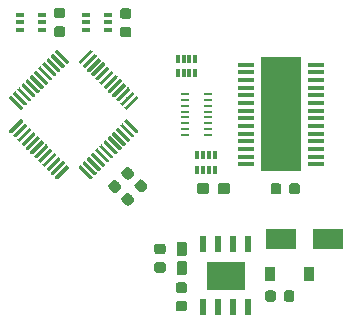
<source format=gbr>
G04 #@! TF.GenerationSoftware,KiCad,Pcbnew,(5.1.4)-1*
G04 #@! TF.CreationDate,2020-02-27T11:32:08-05:00*
G04 #@! TF.ProjectId,MotorcycleSwitch,4d6f746f-7263-4796-936c-655377697463,rev?*
G04 #@! TF.SameCoordinates,Original*
G04 #@! TF.FileFunction,Paste,Top*
G04 #@! TF.FilePolarity,Positive*
%FSLAX46Y46*%
G04 Gerber Fmt 4.6, Leading zero omitted, Abs format (unit mm)*
G04 Created by KiCad (PCBNEW (5.1.4)-1) date 2020-02-27 11:32:08*
%MOMM*%
%LPD*%
G04 APERTURE LIST*
%ADD10C,0.152400*%
%ADD11C,0.100000*%
%ADD12C,0.875000*%
%ADD13R,3.400001X9.700001*%
%ADD14R,1.400000X0.449999*%
%ADD15R,2.500000X1.800000*%
%ADD16R,0.650000X0.400000*%
%ADD17R,0.900000X1.200000*%
%ADD18R,3.200400X2.413000*%
%ADD19R,0.482600X1.371600*%
%ADD20C,0.300000*%
%ADD21R,0.300000X0.657200*%
%ADD22C,0.950000*%
%ADD23R,0.685800X0.203200*%
%ADD24C,0.850000*%
G04 APERTURE END LIST*
D10*
X164475895Y-103752570D02*
X164475001Y-103743500D01*
X164478541Y-103761295D02*
X164475895Y-103752570D01*
X164482836Y-103769334D02*
X164478541Y-103761295D01*
X164488620Y-103776380D02*
X164482836Y-103769334D01*
X164495666Y-103782164D02*
X164488620Y-103776380D01*
X164503705Y-103786459D02*
X164495666Y-103782164D01*
X164512430Y-103789106D02*
X164503705Y-103786459D01*
X164521500Y-103790000D02*
X164512430Y-103789106D01*
X167528500Y-103790000D02*
X164521500Y-103790000D01*
X167537570Y-103789106D02*
X167528500Y-103790000D01*
X167546295Y-103786459D02*
X167537570Y-103789106D01*
X167554334Y-103782164D02*
X167546295Y-103786459D01*
X167561380Y-103776380D02*
X167554334Y-103782164D01*
X167567164Y-103769334D02*
X167561380Y-103776380D01*
X167571459Y-103761295D02*
X167567164Y-103769334D01*
X167574105Y-103752570D02*
X167571459Y-103761295D01*
X167574999Y-103743500D02*
X167574105Y-103752570D01*
X167574999Y-98656500D02*
X167574999Y-103743500D01*
X167574105Y-98647430D02*
X167574999Y-98656500D01*
X167571459Y-98638705D02*
X167574105Y-98647430D01*
X167567164Y-98630666D02*
X167571459Y-98638705D01*
X167561380Y-98623620D02*
X167567164Y-98630666D01*
X167554334Y-98617836D02*
X167561380Y-98623620D01*
X167546295Y-98613541D02*
X167554334Y-98617836D01*
X167537570Y-98610894D02*
X167546295Y-98613541D01*
X167528500Y-98610000D02*
X167537570Y-98610894D01*
X164521500Y-98610000D02*
X167528500Y-98610000D01*
X164512430Y-98610894D02*
X164521500Y-98610000D01*
X164503705Y-98613541D02*
X164512430Y-98610894D01*
X164495666Y-98617836D02*
X164503705Y-98613541D01*
X164488620Y-98623620D02*
X164495666Y-98617836D01*
X164482836Y-98630666D02*
X164488620Y-98623620D01*
X164478541Y-98638705D02*
X164482836Y-98630666D01*
X164475895Y-98647430D02*
X164478541Y-98638705D01*
X164475001Y-98656500D02*
X164475895Y-98647430D01*
X164475001Y-103743500D02*
X164475001Y-98656500D01*
X161270000Y-115956500D02*
X161270000Y-113743500D01*
X159869800Y-115956500D02*
X161270000Y-115956500D01*
X159869800Y-113743500D02*
X159869800Y-115956500D01*
X161270000Y-113743500D02*
X159869800Y-113743500D01*
X162870200Y-115956500D02*
X162870200Y-113743500D01*
X161470000Y-115956500D02*
X162870200Y-115956500D01*
X162870200Y-113743500D02*
X161470000Y-113743500D01*
D11*
G36*
X165852691Y-107026053D02*
G01*
X165873926Y-107029203D01*
X165894750Y-107034419D01*
X165914962Y-107041651D01*
X165934368Y-107050830D01*
X165952781Y-107061866D01*
X165970024Y-107074654D01*
X165985930Y-107089070D01*
X166000346Y-107104976D01*
X166013134Y-107122219D01*
X166024170Y-107140632D01*
X166033349Y-107160038D01*
X166040581Y-107180250D01*
X166045797Y-107201074D01*
X166048947Y-107222309D01*
X166050000Y-107243750D01*
X166050000Y-107756250D01*
X166048947Y-107777691D01*
X166045797Y-107798926D01*
X166040581Y-107819750D01*
X166033349Y-107839962D01*
X166024170Y-107859368D01*
X166013134Y-107877781D01*
X166000346Y-107895024D01*
X165985930Y-107910930D01*
X165970024Y-107925346D01*
X165952781Y-107938134D01*
X165934368Y-107949170D01*
X165914962Y-107958349D01*
X165894750Y-107965581D01*
X165873926Y-107970797D01*
X165852691Y-107973947D01*
X165831250Y-107975000D01*
X165393750Y-107975000D01*
X165372309Y-107973947D01*
X165351074Y-107970797D01*
X165330250Y-107965581D01*
X165310038Y-107958349D01*
X165290632Y-107949170D01*
X165272219Y-107938134D01*
X165254976Y-107925346D01*
X165239070Y-107910930D01*
X165224654Y-107895024D01*
X165211866Y-107877781D01*
X165200830Y-107859368D01*
X165191651Y-107839962D01*
X165184419Y-107819750D01*
X165179203Y-107798926D01*
X165176053Y-107777691D01*
X165175000Y-107756250D01*
X165175000Y-107243750D01*
X165176053Y-107222309D01*
X165179203Y-107201074D01*
X165184419Y-107180250D01*
X165191651Y-107160038D01*
X165200830Y-107140632D01*
X165211866Y-107122219D01*
X165224654Y-107104976D01*
X165239070Y-107089070D01*
X165254976Y-107074654D01*
X165272219Y-107061866D01*
X165290632Y-107050830D01*
X165310038Y-107041651D01*
X165330250Y-107034419D01*
X165351074Y-107029203D01*
X165372309Y-107026053D01*
X165393750Y-107025000D01*
X165831250Y-107025000D01*
X165852691Y-107026053D01*
X165852691Y-107026053D01*
G37*
D12*
X165612500Y-107500000D03*
D11*
G36*
X167427691Y-107026053D02*
G01*
X167448926Y-107029203D01*
X167469750Y-107034419D01*
X167489962Y-107041651D01*
X167509368Y-107050830D01*
X167527781Y-107061866D01*
X167545024Y-107074654D01*
X167560930Y-107089070D01*
X167575346Y-107104976D01*
X167588134Y-107122219D01*
X167599170Y-107140632D01*
X167608349Y-107160038D01*
X167615581Y-107180250D01*
X167620797Y-107201074D01*
X167623947Y-107222309D01*
X167625000Y-107243750D01*
X167625000Y-107756250D01*
X167623947Y-107777691D01*
X167620797Y-107798926D01*
X167615581Y-107819750D01*
X167608349Y-107839962D01*
X167599170Y-107859368D01*
X167588134Y-107877781D01*
X167575346Y-107895024D01*
X167560930Y-107910930D01*
X167545024Y-107925346D01*
X167527781Y-107938134D01*
X167509368Y-107949170D01*
X167489962Y-107958349D01*
X167469750Y-107965581D01*
X167448926Y-107970797D01*
X167427691Y-107973947D01*
X167406250Y-107975000D01*
X166968750Y-107975000D01*
X166947309Y-107973947D01*
X166926074Y-107970797D01*
X166905250Y-107965581D01*
X166885038Y-107958349D01*
X166865632Y-107949170D01*
X166847219Y-107938134D01*
X166829976Y-107925346D01*
X166814070Y-107910930D01*
X166799654Y-107895024D01*
X166786866Y-107877781D01*
X166775830Y-107859368D01*
X166766651Y-107839962D01*
X166759419Y-107819750D01*
X166754203Y-107798926D01*
X166751053Y-107777691D01*
X166750000Y-107756250D01*
X166750000Y-107243750D01*
X166751053Y-107222309D01*
X166754203Y-107201074D01*
X166759419Y-107180250D01*
X166766651Y-107160038D01*
X166775830Y-107140632D01*
X166786866Y-107122219D01*
X166799654Y-107104976D01*
X166814070Y-107089070D01*
X166829976Y-107074654D01*
X166847219Y-107061866D01*
X166865632Y-107050830D01*
X166885038Y-107041651D01*
X166905250Y-107034419D01*
X166926074Y-107029203D01*
X166947309Y-107026053D01*
X166968750Y-107025000D01*
X167406250Y-107025000D01*
X167427691Y-107026053D01*
X167427691Y-107026053D01*
G37*
D12*
X167187500Y-107500000D03*
D13*
X166025000Y-101200000D03*
D14*
X168975002Y-96975000D03*
X168975002Y-97625001D03*
X168975002Y-98275000D03*
X168975002Y-98925001D03*
X168975002Y-99574999D03*
X168975002Y-100225001D03*
X168975002Y-100874999D03*
X168975002Y-101525001D03*
X168975002Y-102174999D03*
X168975002Y-102825001D03*
X168975002Y-103474999D03*
X168975002Y-104125000D03*
X168975002Y-104774999D03*
X168975002Y-105425000D03*
X163075001Y-105425000D03*
X163075001Y-104774999D03*
X163075001Y-104125000D03*
X163075001Y-103474999D03*
X163075001Y-102825001D03*
X163075001Y-102174999D03*
X163075001Y-101525001D03*
X163075001Y-100874999D03*
X163075001Y-100225001D03*
X163075001Y-99574999D03*
X163075001Y-98925001D03*
X163075001Y-98275000D03*
X163075001Y-97625001D03*
X163075001Y-96975000D03*
D15*
X170050000Y-111750000D03*
X166050000Y-111750000D03*
D11*
G36*
X147577691Y-93751053D02*
G01*
X147598926Y-93754203D01*
X147619750Y-93759419D01*
X147639962Y-93766651D01*
X147659368Y-93775830D01*
X147677781Y-93786866D01*
X147695024Y-93799654D01*
X147710930Y-93814070D01*
X147725346Y-93829976D01*
X147738134Y-93847219D01*
X147749170Y-93865632D01*
X147758349Y-93885038D01*
X147765581Y-93905250D01*
X147770797Y-93926074D01*
X147773947Y-93947309D01*
X147775000Y-93968750D01*
X147775000Y-94406250D01*
X147773947Y-94427691D01*
X147770797Y-94448926D01*
X147765581Y-94469750D01*
X147758349Y-94489962D01*
X147749170Y-94509368D01*
X147738134Y-94527781D01*
X147725346Y-94545024D01*
X147710930Y-94560930D01*
X147695024Y-94575346D01*
X147677781Y-94588134D01*
X147659368Y-94599170D01*
X147639962Y-94608349D01*
X147619750Y-94615581D01*
X147598926Y-94620797D01*
X147577691Y-94623947D01*
X147556250Y-94625000D01*
X147043750Y-94625000D01*
X147022309Y-94623947D01*
X147001074Y-94620797D01*
X146980250Y-94615581D01*
X146960038Y-94608349D01*
X146940632Y-94599170D01*
X146922219Y-94588134D01*
X146904976Y-94575346D01*
X146889070Y-94560930D01*
X146874654Y-94545024D01*
X146861866Y-94527781D01*
X146850830Y-94509368D01*
X146841651Y-94489962D01*
X146834419Y-94469750D01*
X146829203Y-94448926D01*
X146826053Y-94427691D01*
X146825000Y-94406250D01*
X146825000Y-93968750D01*
X146826053Y-93947309D01*
X146829203Y-93926074D01*
X146834419Y-93905250D01*
X146841651Y-93885038D01*
X146850830Y-93865632D01*
X146861866Y-93847219D01*
X146874654Y-93829976D01*
X146889070Y-93814070D01*
X146904976Y-93799654D01*
X146922219Y-93786866D01*
X146940632Y-93775830D01*
X146960038Y-93766651D01*
X146980250Y-93759419D01*
X147001074Y-93754203D01*
X147022309Y-93751053D01*
X147043750Y-93750000D01*
X147556250Y-93750000D01*
X147577691Y-93751053D01*
X147577691Y-93751053D01*
G37*
D12*
X147300000Y-94187500D03*
D11*
G36*
X147577691Y-92176053D02*
G01*
X147598926Y-92179203D01*
X147619750Y-92184419D01*
X147639962Y-92191651D01*
X147659368Y-92200830D01*
X147677781Y-92211866D01*
X147695024Y-92224654D01*
X147710930Y-92239070D01*
X147725346Y-92254976D01*
X147738134Y-92272219D01*
X147749170Y-92290632D01*
X147758349Y-92310038D01*
X147765581Y-92330250D01*
X147770797Y-92351074D01*
X147773947Y-92372309D01*
X147775000Y-92393750D01*
X147775000Y-92831250D01*
X147773947Y-92852691D01*
X147770797Y-92873926D01*
X147765581Y-92894750D01*
X147758349Y-92914962D01*
X147749170Y-92934368D01*
X147738134Y-92952781D01*
X147725346Y-92970024D01*
X147710930Y-92985930D01*
X147695024Y-93000346D01*
X147677781Y-93013134D01*
X147659368Y-93024170D01*
X147639962Y-93033349D01*
X147619750Y-93040581D01*
X147598926Y-93045797D01*
X147577691Y-93048947D01*
X147556250Y-93050000D01*
X147043750Y-93050000D01*
X147022309Y-93048947D01*
X147001074Y-93045797D01*
X146980250Y-93040581D01*
X146960038Y-93033349D01*
X146940632Y-93024170D01*
X146922219Y-93013134D01*
X146904976Y-93000346D01*
X146889070Y-92985930D01*
X146874654Y-92970024D01*
X146861866Y-92952781D01*
X146850830Y-92934368D01*
X146841651Y-92914962D01*
X146834419Y-92894750D01*
X146829203Y-92873926D01*
X146826053Y-92852691D01*
X146825000Y-92831250D01*
X146825000Y-92393750D01*
X146826053Y-92372309D01*
X146829203Y-92351074D01*
X146834419Y-92330250D01*
X146841651Y-92310038D01*
X146850830Y-92290632D01*
X146861866Y-92272219D01*
X146874654Y-92254976D01*
X146889070Y-92239070D01*
X146904976Y-92224654D01*
X146922219Y-92211866D01*
X146940632Y-92200830D01*
X146960038Y-92191651D01*
X146980250Y-92184419D01*
X147001074Y-92179203D01*
X147022309Y-92176053D01*
X147043750Y-92175000D01*
X147556250Y-92175000D01*
X147577691Y-92176053D01*
X147577691Y-92176053D01*
G37*
D12*
X147300000Y-92612500D03*
D11*
G36*
X157897691Y-117001053D02*
G01*
X157918926Y-117004203D01*
X157939750Y-117009419D01*
X157959962Y-117016651D01*
X157979368Y-117025830D01*
X157997781Y-117036866D01*
X158015024Y-117049654D01*
X158030930Y-117064070D01*
X158045346Y-117079976D01*
X158058134Y-117097219D01*
X158069170Y-117115632D01*
X158078349Y-117135038D01*
X158085581Y-117155250D01*
X158090797Y-117176074D01*
X158093947Y-117197309D01*
X158095000Y-117218750D01*
X158095000Y-117656250D01*
X158093947Y-117677691D01*
X158090797Y-117698926D01*
X158085581Y-117719750D01*
X158078349Y-117739962D01*
X158069170Y-117759368D01*
X158058134Y-117777781D01*
X158045346Y-117795024D01*
X158030930Y-117810930D01*
X158015024Y-117825346D01*
X157997781Y-117838134D01*
X157979368Y-117849170D01*
X157959962Y-117858349D01*
X157939750Y-117865581D01*
X157918926Y-117870797D01*
X157897691Y-117873947D01*
X157876250Y-117875000D01*
X157363750Y-117875000D01*
X157342309Y-117873947D01*
X157321074Y-117870797D01*
X157300250Y-117865581D01*
X157280038Y-117858349D01*
X157260632Y-117849170D01*
X157242219Y-117838134D01*
X157224976Y-117825346D01*
X157209070Y-117810930D01*
X157194654Y-117795024D01*
X157181866Y-117777781D01*
X157170830Y-117759368D01*
X157161651Y-117739962D01*
X157154419Y-117719750D01*
X157149203Y-117698926D01*
X157146053Y-117677691D01*
X157145000Y-117656250D01*
X157145000Y-117218750D01*
X157146053Y-117197309D01*
X157149203Y-117176074D01*
X157154419Y-117155250D01*
X157161651Y-117135038D01*
X157170830Y-117115632D01*
X157181866Y-117097219D01*
X157194654Y-117079976D01*
X157209070Y-117064070D01*
X157224976Y-117049654D01*
X157242219Y-117036866D01*
X157260632Y-117025830D01*
X157280038Y-117016651D01*
X157300250Y-117009419D01*
X157321074Y-117004203D01*
X157342309Y-117001053D01*
X157363750Y-117000000D01*
X157876250Y-117000000D01*
X157897691Y-117001053D01*
X157897691Y-117001053D01*
G37*
D12*
X157620000Y-117437500D03*
D11*
G36*
X157897691Y-115426053D02*
G01*
X157918926Y-115429203D01*
X157939750Y-115434419D01*
X157959962Y-115441651D01*
X157979368Y-115450830D01*
X157997781Y-115461866D01*
X158015024Y-115474654D01*
X158030930Y-115489070D01*
X158045346Y-115504976D01*
X158058134Y-115522219D01*
X158069170Y-115540632D01*
X158078349Y-115560038D01*
X158085581Y-115580250D01*
X158090797Y-115601074D01*
X158093947Y-115622309D01*
X158095000Y-115643750D01*
X158095000Y-116081250D01*
X158093947Y-116102691D01*
X158090797Y-116123926D01*
X158085581Y-116144750D01*
X158078349Y-116164962D01*
X158069170Y-116184368D01*
X158058134Y-116202781D01*
X158045346Y-116220024D01*
X158030930Y-116235930D01*
X158015024Y-116250346D01*
X157997781Y-116263134D01*
X157979368Y-116274170D01*
X157959962Y-116283349D01*
X157939750Y-116290581D01*
X157918926Y-116295797D01*
X157897691Y-116298947D01*
X157876250Y-116300000D01*
X157363750Y-116300000D01*
X157342309Y-116298947D01*
X157321074Y-116295797D01*
X157300250Y-116290581D01*
X157280038Y-116283349D01*
X157260632Y-116274170D01*
X157242219Y-116263134D01*
X157224976Y-116250346D01*
X157209070Y-116235930D01*
X157194654Y-116220024D01*
X157181866Y-116202781D01*
X157170830Y-116184368D01*
X157161651Y-116164962D01*
X157154419Y-116144750D01*
X157149203Y-116123926D01*
X157146053Y-116102691D01*
X157145000Y-116081250D01*
X157145000Y-115643750D01*
X157146053Y-115622309D01*
X157149203Y-115601074D01*
X157154419Y-115580250D01*
X157161651Y-115560038D01*
X157170830Y-115540632D01*
X157181866Y-115522219D01*
X157194654Y-115504976D01*
X157209070Y-115489070D01*
X157224976Y-115474654D01*
X157242219Y-115461866D01*
X157260632Y-115450830D01*
X157280038Y-115441651D01*
X157300250Y-115434419D01*
X157321074Y-115429203D01*
X157342309Y-115426053D01*
X157363750Y-115425000D01*
X157876250Y-115425000D01*
X157897691Y-115426053D01*
X157897691Y-115426053D01*
G37*
D12*
X157620000Y-115862500D03*
D11*
G36*
X153177691Y-93788553D02*
G01*
X153198926Y-93791703D01*
X153219750Y-93796919D01*
X153239962Y-93804151D01*
X153259368Y-93813330D01*
X153277781Y-93824366D01*
X153295024Y-93837154D01*
X153310930Y-93851570D01*
X153325346Y-93867476D01*
X153338134Y-93884719D01*
X153349170Y-93903132D01*
X153358349Y-93922538D01*
X153365581Y-93942750D01*
X153370797Y-93963574D01*
X153373947Y-93984809D01*
X153375000Y-94006250D01*
X153375000Y-94443750D01*
X153373947Y-94465191D01*
X153370797Y-94486426D01*
X153365581Y-94507250D01*
X153358349Y-94527462D01*
X153349170Y-94546868D01*
X153338134Y-94565281D01*
X153325346Y-94582524D01*
X153310930Y-94598430D01*
X153295024Y-94612846D01*
X153277781Y-94625634D01*
X153259368Y-94636670D01*
X153239962Y-94645849D01*
X153219750Y-94653081D01*
X153198926Y-94658297D01*
X153177691Y-94661447D01*
X153156250Y-94662500D01*
X152643750Y-94662500D01*
X152622309Y-94661447D01*
X152601074Y-94658297D01*
X152580250Y-94653081D01*
X152560038Y-94645849D01*
X152540632Y-94636670D01*
X152522219Y-94625634D01*
X152504976Y-94612846D01*
X152489070Y-94598430D01*
X152474654Y-94582524D01*
X152461866Y-94565281D01*
X152450830Y-94546868D01*
X152441651Y-94527462D01*
X152434419Y-94507250D01*
X152429203Y-94486426D01*
X152426053Y-94465191D01*
X152425000Y-94443750D01*
X152425000Y-94006250D01*
X152426053Y-93984809D01*
X152429203Y-93963574D01*
X152434419Y-93942750D01*
X152441651Y-93922538D01*
X152450830Y-93903132D01*
X152461866Y-93884719D01*
X152474654Y-93867476D01*
X152489070Y-93851570D01*
X152504976Y-93837154D01*
X152522219Y-93824366D01*
X152540632Y-93813330D01*
X152560038Y-93804151D01*
X152580250Y-93796919D01*
X152601074Y-93791703D01*
X152622309Y-93788553D01*
X152643750Y-93787500D01*
X153156250Y-93787500D01*
X153177691Y-93788553D01*
X153177691Y-93788553D01*
G37*
D12*
X152900000Y-94225000D03*
D11*
G36*
X153177691Y-92213553D02*
G01*
X153198926Y-92216703D01*
X153219750Y-92221919D01*
X153239962Y-92229151D01*
X153259368Y-92238330D01*
X153277781Y-92249366D01*
X153295024Y-92262154D01*
X153310930Y-92276570D01*
X153325346Y-92292476D01*
X153338134Y-92309719D01*
X153349170Y-92328132D01*
X153358349Y-92347538D01*
X153365581Y-92367750D01*
X153370797Y-92388574D01*
X153373947Y-92409809D01*
X153375000Y-92431250D01*
X153375000Y-92868750D01*
X153373947Y-92890191D01*
X153370797Y-92911426D01*
X153365581Y-92932250D01*
X153358349Y-92952462D01*
X153349170Y-92971868D01*
X153338134Y-92990281D01*
X153325346Y-93007524D01*
X153310930Y-93023430D01*
X153295024Y-93037846D01*
X153277781Y-93050634D01*
X153259368Y-93061670D01*
X153239962Y-93070849D01*
X153219750Y-93078081D01*
X153198926Y-93083297D01*
X153177691Y-93086447D01*
X153156250Y-93087500D01*
X152643750Y-93087500D01*
X152622309Y-93086447D01*
X152601074Y-93083297D01*
X152580250Y-93078081D01*
X152560038Y-93070849D01*
X152540632Y-93061670D01*
X152522219Y-93050634D01*
X152504976Y-93037846D01*
X152489070Y-93023430D01*
X152474654Y-93007524D01*
X152461866Y-92990281D01*
X152450830Y-92971868D01*
X152441651Y-92952462D01*
X152434419Y-92932250D01*
X152429203Y-92911426D01*
X152426053Y-92890191D01*
X152425000Y-92868750D01*
X152425000Y-92431250D01*
X152426053Y-92409809D01*
X152429203Y-92388574D01*
X152434419Y-92367750D01*
X152441651Y-92347538D01*
X152450830Y-92328132D01*
X152461866Y-92309719D01*
X152474654Y-92292476D01*
X152489070Y-92276570D01*
X152504976Y-92262154D01*
X152522219Y-92249366D01*
X152540632Y-92238330D01*
X152560038Y-92229151D01*
X152580250Y-92221919D01*
X152601074Y-92216703D01*
X152622309Y-92213553D01*
X152643750Y-92212500D01*
X153156250Y-92212500D01*
X153177691Y-92213553D01*
X153177691Y-92213553D01*
G37*
D12*
X152900000Y-92650000D03*
D16*
X149525000Y-94050000D03*
X149525000Y-92750000D03*
X151425000Y-93400000D03*
X149525000Y-93400000D03*
X151425000Y-92750000D03*
X151425000Y-94050000D03*
D17*
X168450000Y-114675000D03*
X165150000Y-114675000D03*
D11*
G36*
X166977691Y-116101053D02*
G01*
X166998926Y-116104203D01*
X167019750Y-116109419D01*
X167039962Y-116116651D01*
X167059368Y-116125830D01*
X167077781Y-116136866D01*
X167095024Y-116149654D01*
X167110930Y-116164070D01*
X167125346Y-116179976D01*
X167138134Y-116197219D01*
X167149170Y-116215632D01*
X167158349Y-116235038D01*
X167165581Y-116255250D01*
X167170797Y-116276074D01*
X167173947Y-116297309D01*
X167175000Y-116318750D01*
X167175000Y-116831250D01*
X167173947Y-116852691D01*
X167170797Y-116873926D01*
X167165581Y-116894750D01*
X167158349Y-116914962D01*
X167149170Y-116934368D01*
X167138134Y-116952781D01*
X167125346Y-116970024D01*
X167110930Y-116985930D01*
X167095024Y-117000346D01*
X167077781Y-117013134D01*
X167059368Y-117024170D01*
X167039962Y-117033349D01*
X167019750Y-117040581D01*
X166998926Y-117045797D01*
X166977691Y-117048947D01*
X166956250Y-117050000D01*
X166518750Y-117050000D01*
X166497309Y-117048947D01*
X166476074Y-117045797D01*
X166455250Y-117040581D01*
X166435038Y-117033349D01*
X166415632Y-117024170D01*
X166397219Y-117013134D01*
X166379976Y-117000346D01*
X166364070Y-116985930D01*
X166349654Y-116970024D01*
X166336866Y-116952781D01*
X166325830Y-116934368D01*
X166316651Y-116914962D01*
X166309419Y-116894750D01*
X166304203Y-116873926D01*
X166301053Y-116852691D01*
X166300000Y-116831250D01*
X166300000Y-116318750D01*
X166301053Y-116297309D01*
X166304203Y-116276074D01*
X166309419Y-116255250D01*
X166316651Y-116235038D01*
X166325830Y-116215632D01*
X166336866Y-116197219D01*
X166349654Y-116179976D01*
X166364070Y-116164070D01*
X166379976Y-116149654D01*
X166397219Y-116136866D01*
X166415632Y-116125830D01*
X166435038Y-116116651D01*
X166455250Y-116109419D01*
X166476074Y-116104203D01*
X166497309Y-116101053D01*
X166518750Y-116100000D01*
X166956250Y-116100000D01*
X166977691Y-116101053D01*
X166977691Y-116101053D01*
G37*
D12*
X166737500Y-116575000D03*
D11*
G36*
X165402691Y-116101053D02*
G01*
X165423926Y-116104203D01*
X165444750Y-116109419D01*
X165464962Y-116116651D01*
X165484368Y-116125830D01*
X165502781Y-116136866D01*
X165520024Y-116149654D01*
X165535930Y-116164070D01*
X165550346Y-116179976D01*
X165563134Y-116197219D01*
X165574170Y-116215632D01*
X165583349Y-116235038D01*
X165590581Y-116255250D01*
X165595797Y-116276074D01*
X165598947Y-116297309D01*
X165600000Y-116318750D01*
X165600000Y-116831250D01*
X165598947Y-116852691D01*
X165595797Y-116873926D01*
X165590581Y-116894750D01*
X165583349Y-116914962D01*
X165574170Y-116934368D01*
X165563134Y-116952781D01*
X165550346Y-116970024D01*
X165535930Y-116985930D01*
X165520024Y-117000346D01*
X165502781Y-117013134D01*
X165484368Y-117024170D01*
X165464962Y-117033349D01*
X165444750Y-117040581D01*
X165423926Y-117045797D01*
X165402691Y-117048947D01*
X165381250Y-117050000D01*
X164943750Y-117050000D01*
X164922309Y-117048947D01*
X164901074Y-117045797D01*
X164880250Y-117040581D01*
X164860038Y-117033349D01*
X164840632Y-117024170D01*
X164822219Y-117013134D01*
X164804976Y-117000346D01*
X164789070Y-116985930D01*
X164774654Y-116970024D01*
X164761866Y-116952781D01*
X164750830Y-116934368D01*
X164741651Y-116914962D01*
X164734419Y-116894750D01*
X164729203Y-116873926D01*
X164726053Y-116852691D01*
X164725000Y-116831250D01*
X164725000Y-116318750D01*
X164726053Y-116297309D01*
X164729203Y-116276074D01*
X164734419Y-116255250D01*
X164741651Y-116235038D01*
X164750830Y-116215632D01*
X164761866Y-116197219D01*
X164774654Y-116179976D01*
X164789070Y-116164070D01*
X164804976Y-116149654D01*
X164822219Y-116136866D01*
X164840632Y-116125830D01*
X164860038Y-116116651D01*
X164880250Y-116109419D01*
X164901074Y-116104203D01*
X164922309Y-116101053D01*
X164943750Y-116100000D01*
X165381250Y-116100000D01*
X165402691Y-116101053D01*
X165402691Y-116101053D01*
G37*
D12*
X165162500Y-116575000D03*
D11*
G36*
X156077691Y-113711053D02*
G01*
X156098926Y-113714203D01*
X156119750Y-113719419D01*
X156139962Y-113726651D01*
X156159368Y-113735830D01*
X156177781Y-113746866D01*
X156195024Y-113759654D01*
X156210930Y-113774070D01*
X156225346Y-113789976D01*
X156238134Y-113807219D01*
X156249170Y-113825632D01*
X156258349Y-113845038D01*
X156265581Y-113865250D01*
X156270797Y-113886074D01*
X156273947Y-113907309D01*
X156275000Y-113928750D01*
X156275000Y-114366250D01*
X156273947Y-114387691D01*
X156270797Y-114408926D01*
X156265581Y-114429750D01*
X156258349Y-114449962D01*
X156249170Y-114469368D01*
X156238134Y-114487781D01*
X156225346Y-114505024D01*
X156210930Y-114520930D01*
X156195024Y-114535346D01*
X156177781Y-114548134D01*
X156159368Y-114559170D01*
X156139962Y-114568349D01*
X156119750Y-114575581D01*
X156098926Y-114580797D01*
X156077691Y-114583947D01*
X156056250Y-114585000D01*
X155543750Y-114585000D01*
X155522309Y-114583947D01*
X155501074Y-114580797D01*
X155480250Y-114575581D01*
X155460038Y-114568349D01*
X155440632Y-114559170D01*
X155422219Y-114548134D01*
X155404976Y-114535346D01*
X155389070Y-114520930D01*
X155374654Y-114505024D01*
X155361866Y-114487781D01*
X155350830Y-114469368D01*
X155341651Y-114449962D01*
X155334419Y-114429750D01*
X155329203Y-114408926D01*
X155326053Y-114387691D01*
X155325000Y-114366250D01*
X155325000Y-113928750D01*
X155326053Y-113907309D01*
X155329203Y-113886074D01*
X155334419Y-113865250D01*
X155341651Y-113845038D01*
X155350830Y-113825632D01*
X155361866Y-113807219D01*
X155374654Y-113789976D01*
X155389070Y-113774070D01*
X155404976Y-113759654D01*
X155422219Y-113746866D01*
X155440632Y-113735830D01*
X155460038Y-113726651D01*
X155480250Y-113719419D01*
X155501074Y-113714203D01*
X155522309Y-113711053D01*
X155543750Y-113710000D01*
X156056250Y-113710000D01*
X156077691Y-113711053D01*
X156077691Y-113711053D01*
G37*
D12*
X155800000Y-114147500D03*
D11*
G36*
X156077691Y-112136053D02*
G01*
X156098926Y-112139203D01*
X156119750Y-112144419D01*
X156139962Y-112151651D01*
X156159368Y-112160830D01*
X156177781Y-112171866D01*
X156195024Y-112184654D01*
X156210930Y-112199070D01*
X156225346Y-112214976D01*
X156238134Y-112232219D01*
X156249170Y-112250632D01*
X156258349Y-112270038D01*
X156265581Y-112290250D01*
X156270797Y-112311074D01*
X156273947Y-112332309D01*
X156275000Y-112353750D01*
X156275000Y-112791250D01*
X156273947Y-112812691D01*
X156270797Y-112833926D01*
X156265581Y-112854750D01*
X156258349Y-112874962D01*
X156249170Y-112894368D01*
X156238134Y-112912781D01*
X156225346Y-112930024D01*
X156210930Y-112945930D01*
X156195024Y-112960346D01*
X156177781Y-112973134D01*
X156159368Y-112984170D01*
X156139962Y-112993349D01*
X156119750Y-113000581D01*
X156098926Y-113005797D01*
X156077691Y-113008947D01*
X156056250Y-113010000D01*
X155543750Y-113010000D01*
X155522309Y-113008947D01*
X155501074Y-113005797D01*
X155480250Y-113000581D01*
X155460038Y-112993349D01*
X155440632Y-112984170D01*
X155422219Y-112973134D01*
X155404976Y-112960346D01*
X155389070Y-112945930D01*
X155374654Y-112930024D01*
X155361866Y-112912781D01*
X155350830Y-112894368D01*
X155341651Y-112874962D01*
X155334419Y-112854750D01*
X155329203Y-112833926D01*
X155326053Y-112812691D01*
X155325000Y-112791250D01*
X155325000Y-112353750D01*
X155326053Y-112332309D01*
X155329203Y-112311074D01*
X155334419Y-112290250D01*
X155341651Y-112270038D01*
X155350830Y-112250632D01*
X155361866Y-112232219D01*
X155374654Y-112214976D01*
X155389070Y-112199070D01*
X155404976Y-112184654D01*
X155422219Y-112171866D01*
X155440632Y-112160830D01*
X155460038Y-112151651D01*
X155480250Y-112144419D01*
X155501074Y-112139203D01*
X155522309Y-112136053D01*
X155543750Y-112135000D01*
X156056250Y-112135000D01*
X156077691Y-112136053D01*
X156077691Y-112136053D01*
G37*
D12*
X155800000Y-112572500D03*
D11*
G36*
X151971077Y-106736274D02*
G01*
X151992312Y-106739424D01*
X152013136Y-106744640D01*
X152033348Y-106751872D01*
X152052754Y-106761051D01*
X152071167Y-106772087D01*
X152088410Y-106784875D01*
X152104316Y-106799291D01*
X152466709Y-107161684D01*
X152481125Y-107177590D01*
X152493913Y-107194833D01*
X152504949Y-107213246D01*
X152514128Y-107232652D01*
X152521360Y-107252864D01*
X152526576Y-107273688D01*
X152529726Y-107294923D01*
X152530779Y-107316364D01*
X152529726Y-107337805D01*
X152526576Y-107359040D01*
X152521360Y-107379864D01*
X152514128Y-107400076D01*
X152504949Y-107419482D01*
X152493913Y-107437895D01*
X152481125Y-107455138D01*
X152466709Y-107471044D01*
X152157350Y-107780403D01*
X152141444Y-107794819D01*
X152124201Y-107807607D01*
X152105788Y-107818643D01*
X152086382Y-107827822D01*
X152066170Y-107835054D01*
X152045346Y-107840270D01*
X152024111Y-107843420D01*
X152002670Y-107844473D01*
X151981229Y-107843420D01*
X151959994Y-107840270D01*
X151939170Y-107835054D01*
X151918958Y-107827822D01*
X151899552Y-107818643D01*
X151881139Y-107807607D01*
X151863896Y-107794819D01*
X151847990Y-107780403D01*
X151485597Y-107418010D01*
X151471181Y-107402104D01*
X151458393Y-107384861D01*
X151447357Y-107366448D01*
X151438178Y-107347042D01*
X151430946Y-107326830D01*
X151425730Y-107306006D01*
X151422580Y-107284771D01*
X151421527Y-107263330D01*
X151422580Y-107241889D01*
X151425730Y-107220654D01*
X151430946Y-107199830D01*
X151438178Y-107179618D01*
X151447357Y-107160212D01*
X151458393Y-107141799D01*
X151471181Y-107124556D01*
X151485597Y-107108650D01*
X151794956Y-106799291D01*
X151810862Y-106784875D01*
X151828105Y-106772087D01*
X151846518Y-106761051D01*
X151865924Y-106751872D01*
X151886136Y-106744640D01*
X151906960Y-106739424D01*
X151928195Y-106736274D01*
X151949636Y-106735221D01*
X151971077Y-106736274D01*
X151971077Y-106736274D01*
G37*
D12*
X151976153Y-107289847D03*
D11*
G36*
X153084771Y-105622580D02*
G01*
X153106006Y-105625730D01*
X153126830Y-105630946D01*
X153147042Y-105638178D01*
X153166448Y-105647357D01*
X153184861Y-105658393D01*
X153202104Y-105671181D01*
X153218010Y-105685597D01*
X153580403Y-106047990D01*
X153594819Y-106063896D01*
X153607607Y-106081139D01*
X153618643Y-106099552D01*
X153627822Y-106118958D01*
X153635054Y-106139170D01*
X153640270Y-106159994D01*
X153643420Y-106181229D01*
X153644473Y-106202670D01*
X153643420Y-106224111D01*
X153640270Y-106245346D01*
X153635054Y-106266170D01*
X153627822Y-106286382D01*
X153618643Y-106305788D01*
X153607607Y-106324201D01*
X153594819Y-106341444D01*
X153580403Y-106357350D01*
X153271044Y-106666709D01*
X153255138Y-106681125D01*
X153237895Y-106693913D01*
X153219482Y-106704949D01*
X153200076Y-106714128D01*
X153179864Y-106721360D01*
X153159040Y-106726576D01*
X153137805Y-106729726D01*
X153116364Y-106730779D01*
X153094923Y-106729726D01*
X153073688Y-106726576D01*
X153052864Y-106721360D01*
X153032652Y-106714128D01*
X153013246Y-106704949D01*
X152994833Y-106693913D01*
X152977590Y-106681125D01*
X152961684Y-106666709D01*
X152599291Y-106304316D01*
X152584875Y-106288410D01*
X152572087Y-106271167D01*
X152561051Y-106252754D01*
X152551872Y-106233348D01*
X152544640Y-106213136D01*
X152539424Y-106192312D01*
X152536274Y-106171077D01*
X152535221Y-106149636D01*
X152536274Y-106128195D01*
X152539424Y-106106960D01*
X152544640Y-106086136D01*
X152551872Y-106065924D01*
X152561051Y-106046518D01*
X152572087Y-106028105D01*
X152584875Y-106010862D01*
X152599291Y-105994956D01*
X152908650Y-105685597D01*
X152924556Y-105671181D01*
X152941799Y-105658393D01*
X152960212Y-105647357D01*
X152979618Y-105638178D01*
X152999830Y-105630946D01*
X153020654Y-105625730D01*
X153041889Y-105622580D01*
X153063330Y-105621527D01*
X153084771Y-105622580D01*
X153084771Y-105622580D01*
G37*
D12*
X153089847Y-106176153D03*
D11*
G36*
X153071077Y-107811274D02*
G01*
X153092312Y-107814424D01*
X153113136Y-107819640D01*
X153133348Y-107826872D01*
X153152754Y-107836051D01*
X153171167Y-107847087D01*
X153188410Y-107859875D01*
X153204316Y-107874291D01*
X153566709Y-108236684D01*
X153581125Y-108252590D01*
X153593913Y-108269833D01*
X153604949Y-108288246D01*
X153614128Y-108307652D01*
X153621360Y-108327864D01*
X153626576Y-108348688D01*
X153629726Y-108369923D01*
X153630779Y-108391364D01*
X153629726Y-108412805D01*
X153626576Y-108434040D01*
X153621360Y-108454864D01*
X153614128Y-108475076D01*
X153604949Y-108494482D01*
X153593913Y-108512895D01*
X153581125Y-108530138D01*
X153566709Y-108546044D01*
X153257350Y-108855403D01*
X153241444Y-108869819D01*
X153224201Y-108882607D01*
X153205788Y-108893643D01*
X153186382Y-108902822D01*
X153166170Y-108910054D01*
X153145346Y-108915270D01*
X153124111Y-108918420D01*
X153102670Y-108919473D01*
X153081229Y-108918420D01*
X153059994Y-108915270D01*
X153039170Y-108910054D01*
X153018958Y-108902822D01*
X152999552Y-108893643D01*
X152981139Y-108882607D01*
X152963896Y-108869819D01*
X152947990Y-108855403D01*
X152585597Y-108493010D01*
X152571181Y-108477104D01*
X152558393Y-108459861D01*
X152547357Y-108441448D01*
X152538178Y-108422042D01*
X152530946Y-108401830D01*
X152525730Y-108381006D01*
X152522580Y-108359771D01*
X152521527Y-108338330D01*
X152522580Y-108316889D01*
X152525730Y-108295654D01*
X152530946Y-108274830D01*
X152538178Y-108254618D01*
X152547357Y-108235212D01*
X152558393Y-108216799D01*
X152571181Y-108199556D01*
X152585597Y-108183650D01*
X152894956Y-107874291D01*
X152910862Y-107859875D01*
X152928105Y-107847087D01*
X152946518Y-107836051D01*
X152965924Y-107826872D01*
X152986136Y-107819640D01*
X153006960Y-107814424D01*
X153028195Y-107811274D01*
X153049636Y-107810221D01*
X153071077Y-107811274D01*
X153071077Y-107811274D01*
G37*
D12*
X153076153Y-108364847D03*
D11*
G36*
X154184771Y-106697580D02*
G01*
X154206006Y-106700730D01*
X154226830Y-106705946D01*
X154247042Y-106713178D01*
X154266448Y-106722357D01*
X154284861Y-106733393D01*
X154302104Y-106746181D01*
X154318010Y-106760597D01*
X154680403Y-107122990D01*
X154694819Y-107138896D01*
X154707607Y-107156139D01*
X154718643Y-107174552D01*
X154727822Y-107193958D01*
X154735054Y-107214170D01*
X154740270Y-107234994D01*
X154743420Y-107256229D01*
X154744473Y-107277670D01*
X154743420Y-107299111D01*
X154740270Y-107320346D01*
X154735054Y-107341170D01*
X154727822Y-107361382D01*
X154718643Y-107380788D01*
X154707607Y-107399201D01*
X154694819Y-107416444D01*
X154680403Y-107432350D01*
X154371044Y-107741709D01*
X154355138Y-107756125D01*
X154337895Y-107768913D01*
X154319482Y-107779949D01*
X154300076Y-107789128D01*
X154279864Y-107796360D01*
X154259040Y-107801576D01*
X154237805Y-107804726D01*
X154216364Y-107805779D01*
X154194923Y-107804726D01*
X154173688Y-107801576D01*
X154152864Y-107796360D01*
X154132652Y-107789128D01*
X154113246Y-107779949D01*
X154094833Y-107768913D01*
X154077590Y-107756125D01*
X154061684Y-107741709D01*
X153699291Y-107379316D01*
X153684875Y-107363410D01*
X153672087Y-107346167D01*
X153661051Y-107327754D01*
X153651872Y-107308348D01*
X153644640Y-107288136D01*
X153639424Y-107267312D01*
X153636274Y-107246077D01*
X153635221Y-107224636D01*
X153636274Y-107203195D01*
X153639424Y-107181960D01*
X153644640Y-107161136D01*
X153651872Y-107140924D01*
X153661051Y-107121518D01*
X153672087Y-107103105D01*
X153684875Y-107085862D01*
X153699291Y-107069956D01*
X154008650Y-106760597D01*
X154024556Y-106746181D01*
X154041799Y-106733393D01*
X154060212Y-106722357D01*
X154079618Y-106713178D01*
X154099830Y-106705946D01*
X154120654Y-106700730D01*
X154141889Y-106697580D01*
X154163330Y-106696527D01*
X154184771Y-106697580D01*
X154184771Y-106697580D01*
G37*
D12*
X154189847Y-107251153D03*
D16*
X143925000Y-94050000D03*
X143925000Y-92750000D03*
X145825000Y-93400000D03*
X143925000Y-93400000D03*
X145825000Y-92750000D03*
X145825000Y-94050000D03*
D18*
X161370000Y-114850000D03*
D19*
X163275000Y-117517000D03*
X162005000Y-117517000D03*
X160735000Y-117517000D03*
X159465000Y-117517000D03*
X159465000Y-112183000D03*
X160735000Y-112183000D03*
X162005000Y-112183000D03*
X163275000Y-112183000D03*
D11*
G36*
X147923988Y-105491746D02*
G01*
X147931269Y-105492826D01*
X147938408Y-105494614D01*
X147945338Y-105497094D01*
X147951992Y-105500241D01*
X147958305Y-105504025D01*
X147964216Y-105508409D01*
X147969670Y-105513352D01*
X148075736Y-105619418D01*
X148080679Y-105624872D01*
X148085063Y-105630783D01*
X148088847Y-105637096D01*
X148091994Y-105643750D01*
X148094474Y-105650680D01*
X148096262Y-105657819D01*
X148097342Y-105665100D01*
X148097703Y-105672451D01*
X148097342Y-105679802D01*
X148096262Y-105687083D01*
X148094474Y-105694222D01*
X148091994Y-105701152D01*
X148088847Y-105707806D01*
X148085063Y-105714119D01*
X148080679Y-105720030D01*
X148075736Y-105725484D01*
X147138820Y-106662400D01*
X147133366Y-106667343D01*
X147127455Y-106671727D01*
X147121142Y-106675511D01*
X147114488Y-106678658D01*
X147107558Y-106681138D01*
X147100419Y-106682926D01*
X147093138Y-106684006D01*
X147085787Y-106684367D01*
X147078436Y-106684006D01*
X147071155Y-106682926D01*
X147064016Y-106681138D01*
X147057086Y-106678658D01*
X147050432Y-106675511D01*
X147044119Y-106671727D01*
X147038208Y-106667343D01*
X147032754Y-106662400D01*
X146926688Y-106556334D01*
X146921745Y-106550880D01*
X146917361Y-106544969D01*
X146913577Y-106538656D01*
X146910430Y-106532002D01*
X146907950Y-106525072D01*
X146906162Y-106517933D01*
X146905082Y-106510652D01*
X146904721Y-106503301D01*
X146905082Y-106495950D01*
X146906162Y-106488669D01*
X146907950Y-106481530D01*
X146910430Y-106474600D01*
X146913577Y-106467946D01*
X146917361Y-106461633D01*
X146921745Y-106455722D01*
X146926688Y-106450268D01*
X147863604Y-105513352D01*
X147869058Y-105508409D01*
X147874969Y-105504025D01*
X147881282Y-105500241D01*
X147887936Y-105497094D01*
X147894866Y-105494614D01*
X147902005Y-105492826D01*
X147909286Y-105491746D01*
X147916637Y-105491385D01*
X147923988Y-105491746D01*
X147923988Y-105491746D01*
G37*
D20*
X147501212Y-106087876D03*
D11*
G36*
X147570434Y-105138192D02*
G01*
X147577715Y-105139272D01*
X147584854Y-105141060D01*
X147591784Y-105143540D01*
X147598438Y-105146687D01*
X147604751Y-105150471D01*
X147610662Y-105154855D01*
X147616116Y-105159798D01*
X147722182Y-105265864D01*
X147727125Y-105271318D01*
X147731509Y-105277229D01*
X147735293Y-105283542D01*
X147738440Y-105290196D01*
X147740920Y-105297126D01*
X147742708Y-105304265D01*
X147743788Y-105311546D01*
X147744149Y-105318897D01*
X147743788Y-105326248D01*
X147742708Y-105333529D01*
X147740920Y-105340668D01*
X147738440Y-105347598D01*
X147735293Y-105354252D01*
X147731509Y-105360565D01*
X147727125Y-105366476D01*
X147722182Y-105371930D01*
X146785266Y-106308846D01*
X146779812Y-106313789D01*
X146773901Y-106318173D01*
X146767588Y-106321957D01*
X146760934Y-106325104D01*
X146754004Y-106327584D01*
X146746865Y-106329372D01*
X146739584Y-106330452D01*
X146732233Y-106330813D01*
X146724882Y-106330452D01*
X146717601Y-106329372D01*
X146710462Y-106327584D01*
X146703532Y-106325104D01*
X146696878Y-106321957D01*
X146690565Y-106318173D01*
X146684654Y-106313789D01*
X146679200Y-106308846D01*
X146573134Y-106202780D01*
X146568191Y-106197326D01*
X146563807Y-106191415D01*
X146560023Y-106185102D01*
X146556876Y-106178448D01*
X146554396Y-106171518D01*
X146552608Y-106164379D01*
X146551528Y-106157098D01*
X146551167Y-106149747D01*
X146551528Y-106142396D01*
X146552608Y-106135115D01*
X146554396Y-106127976D01*
X146556876Y-106121046D01*
X146560023Y-106114392D01*
X146563807Y-106108079D01*
X146568191Y-106102168D01*
X146573134Y-106096714D01*
X147510050Y-105159798D01*
X147515504Y-105154855D01*
X147521415Y-105150471D01*
X147527728Y-105146687D01*
X147534382Y-105143540D01*
X147541312Y-105141060D01*
X147548451Y-105139272D01*
X147555732Y-105138192D01*
X147563083Y-105137831D01*
X147570434Y-105138192D01*
X147570434Y-105138192D01*
G37*
D20*
X147147658Y-105734322D03*
D11*
G36*
X147216881Y-104784639D02*
G01*
X147224162Y-104785719D01*
X147231301Y-104787507D01*
X147238231Y-104789987D01*
X147244885Y-104793134D01*
X147251198Y-104796918D01*
X147257109Y-104801302D01*
X147262563Y-104806245D01*
X147368629Y-104912311D01*
X147373572Y-104917765D01*
X147377956Y-104923676D01*
X147381740Y-104929989D01*
X147384887Y-104936643D01*
X147387367Y-104943573D01*
X147389155Y-104950712D01*
X147390235Y-104957993D01*
X147390596Y-104965344D01*
X147390235Y-104972695D01*
X147389155Y-104979976D01*
X147387367Y-104987115D01*
X147384887Y-104994045D01*
X147381740Y-105000699D01*
X147377956Y-105007012D01*
X147373572Y-105012923D01*
X147368629Y-105018377D01*
X146431713Y-105955293D01*
X146426259Y-105960236D01*
X146420348Y-105964620D01*
X146414035Y-105968404D01*
X146407381Y-105971551D01*
X146400451Y-105974031D01*
X146393312Y-105975819D01*
X146386031Y-105976899D01*
X146378680Y-105977260D01*
X146371329Y-105976899D01*
X146364048Y-105975819D01*
X146356909Y-105974031D01*
X146349979Y-105971551D01*
X146343325Y-105968404D01*
X146337012Y-105964620D01*
X146331101Y-105960236D01*
X146325647Y-105955293D01*
X146219581Y-105849227D01*
X146214638Y-105843773D01*
X146210254Y-105837862D01*
X146206470Y-105831549D01*
X146203323Y-105824895D01*
X146200843Y-105817965D01*
X146199055Y-105810826D01*
X146197975Y-105803545D01*
X146197614Y-105796194D01*
X146197975Y-105788843D01*
X146199055Y-105781562D01*
X146200843Y-105774423D01*
X146203323Y-105767493D01*
X146206470Y-105760839D01*
X146210254Y-105754526D01*
X146214638Y-105748615D01*
X146219581Y-105743161D01*
X147156497Y-104806245D01*
X147161951Y-104801302D01*
X147167862Y-104796918D01*
X147174175Y-104793134D01*
X147180829Y-104789987D01*
X147187759Y-104787507D01*
X147194898Y-104785719D01*
X147202179Y-104784639D01*
X147209530Y-104784278D01*
X147216881Y-104784639D01*
X147216881Y-104784639D01*
G37*
D20*
X146794105Y-105380769D03*
D11*
G36*
X146863327Y-104431085D02*
G01*
X146870608Y-104432165D01*
X146877747Y-104433953D01*
X146884677Y-104436433D01*
X146891331Y-104439580D01*
X146897644Y-104443364D01*
X146903555Y-104447748D01*
X146909009Y-104452691D01*
X147015075Y-104558757D01*
X147020018Y-104564211D01*
X147024402Y-104570122D01*
X147028186Y-104576435D01*
X147031333Y-104583089D01*
X147033813Y-104590019D01*
X147035601Y-104597158D01*
X147036681Y-104604439D01*
X147037042Y-104611790D01*
X147036681Y-104619141D01*
X147035601Y-104626422D01*
X147033813Y-104633561D01*
X147031333Y-104640491D01*
X147028186Y-104647145D01*
X147024402Y-104653458D01*
X147020018Y-104659369D01*
X147015075Y-104664823D01*
X146078159Y-105601739D01*
X146072705Y-105606682D01*
X146066794Y-105611066D01*
X146060481Y-105614850D01*
X146053827Y-105617997D01*
X146046897Y-105620477D01*
X146039758Y-105622265D01*
X146032477Y-105623345D01*
X146025126Y-105623706D01*
X146017775Y-105623345D01*
X146010494Y-105622265D01*
X146003355Y-105620477D01*
X145996425Y-105617997D01*
X145989771Y-105614850D01*
X145983458Y-105611066D01*
X145977547Y-105606682D01*
X145972093Y-105601739D01*
X145866027Y-105495673D01*
X145861084Y-105490219D01*
X145856700Y-105484308D01*
X145852916Y-105477995D01*
X145849769Y-105471341D01*
X145847289Y-105464411D01*
X145845501Y-105457272D01*
X145844421Y-105449991D01*
X145844060Y-105442640D01*
X145844421Y-105435289D01*
X145845501Y-105428008D01*
X145847289Y-105420869D01*
X145849769Y-105413939D01*
X145852916Y-105407285D01*
X145856700Y-105400972D01*
X145861084Y-105395061D01*
X145866027Y-105389607D01*
X146802943Y-104452691D01*
X146808397Y-104447748D01*
X146814308Y-104443364D01*
X146820621Y-104439580D01*
X146827275Y-104436433D01*
X146834205Y-104433953D01*
X146841344Y-104432165D01*
X146848625Y-104431085D01*
X146855976Y-104430724D01*
X146863327Y-104431085D01*
X146863327Y-104431085D01*
G37*
D20*
X146440551Y-105027215D03*
D11*
G36*
X146509774Y-104077532D02*
G01*
X146517055Y-104078612D01*
X146524194Y-104080400D01*
X146531124Y-104082880D01*
X146537778Y-104086027D01*
X146544091Y-104089811D01*
X146550002Y-104094195D01*
X146555456Y-104099138D01*
X146661522Y-104205204D01*
X146666465Y-104210658D01*
X146670849Y-104216569D01*
X146674633Y-104222882D01*
X146677780Y-104229536D01*
X146680260Y-104236466D01*
X146682048Y-104243605D01*
X146683128Y-104250886D01*
X146683489Y-104258237D01*
X146683128Y-104265588D01*
X146682048Y-104272869D01*
X146680260Y-104280008D01*
X146677780Y-104286938D01*
X146674633Y-104293592D01*
X146670849Y-104299905D01*
X146666465Y-104305816D01*
X146661522Y-104311270D01*
X145724606Y-105248186D01*
X145719152Y-105253129D01*
X145713241Y-105257513D01*
X145706928Y-105261297D01*
X145700274Y-105264444D01*
X145693344Y-105266924D01*
X145686205Y-105268712D01*
X145678924Y-105269792D01*
X145671573Y-105270153D01*
X145664222Y-105269792D01*
X145656941Y-105268712D01*
X145649802Y-105266924D01*
X145642872Y-105264444D01*
X145636218Y-105261297D01*
X145629905Y-105257513D01*
X145623994Y-105253129D01*
X145618540Y-105248186D01*
X145512474Y-105142120D01*
X145507531Y-105136666D01*
X145503147Y-105130755D01*
X145499363Y-105124442D01*
X145496216Y-105117788D01*
X145493736Y-105110858D01*
X145491948Y-105103719D01*
X145490868Y-105096438D01*
X145490507Y-105089087D01*
X145490868Y-105081736D01*
X145491948Y-105074455D01*
X145493736Y-105067316D01*
X145496216Y-105060386D01*
X145499363Y-105053732D01*
X145503147Y-105047419D01*
X145507531Y-105041508D01*
X145512474Y-105036054D01*
X146449390Y-104099138D01*
X146454844Y-104094195D01*
X146460755Y-104089811D01*
X146467068Y-104086027D01*
X146473722Y-104082880D01*
X146480652Y-104080400D01*
X146487791Y-104078612D01*
X146495072Y-104077532D01*
X146502423Y-104077171D01*
X146509774Y-104077532D01*
X146509774Y-104077532D01*
G37*
D20*
X146086998Y-104673662D03*
D11*
G36*
X146156221Y-103723979D02*
G01*
X146163502Y-103725059D01*
X146170641Y-103726847D01*
X146177571Y-103729327D01*
X146184225Y-103732474D01*
X146190538Y-103736258D01*
X146196449Y-103740642D01*
X146201903Y-103745585D01*
X146307969Y-103851651D01*
X146312912Y-103857105D01*
X146317296Y-103863016D01*
X146321080Y-103869329D01*
X146324227Y-103875983D01*
X146326707Y-103882913D01*
X146328495Y-103890052D01*
X146329575Y-103897333D01*
X146329936Y-103904684D01*
X146329575Y-103912035D01*
X146328495Y-103919316D01*
X146326707Y-103926455D01*
X146324227Y-103933385D01*
X146321080Y-103940039D01*
X146317296Y-103946352D01*
X146312912Y-103952263D01*
X146307969Y-103957717D01*
X145371053Y-104894633D01*
X145365599Y-104899576D01*
X145359688Y-104903960D01*
X145353375Y-104907744D01*
X145346721Y-104910891D01*
X145339791Y-104913371D01*
X145332652Y-104915159D01*
X145325371Y-104916239D01*
X145318020Y-104916600D01*
X145310669Y-104916239D01*
X145303388Y-104915159D01*
X145296249Y-104913371D01*
X145289319Y-104910891D01*
X145282665Y-104907744D01*
X145276352Y-104903960D01*
X145270441Y-104899576D01*
X145264987Y-104894633D01*
X145158921Y-104788567D01*
X145153978Y-104783113D01*
X145149594Y-104777202D01*
X145145810Y-104770889D01*
X145142663Y-104764235D01*
X145140183Y-104757305D01*
X145138395Y-104750166D01*
X145137315Y-104742885D01*
X145136954Y-104735534D01*
X145137315Y-104728183D01*
X145138395Y-104720902D01*
X145140183Y-104713763D01*
X145142663Y-104706833D01*
X145145810Y-104700179D01*
X145149594Y-104693866D01*
X145153978Y-104687955D01*
X145158921Y-104682501D01*
X146095837Y-103745585D01*
X146101291Y-103740642D01*
X146107202Y-103736258D01*
X146113515Y-103732474D01*
X146120169Y-103729327D01*
X146127099Y-103726847D01*
X146134238Y-103725059D01*
X146141519Y-103723979D01*
X146148870Y-103723618D01*
X146156221Y-103723979D01*
X146156221Y-103723979D01*
G37*
D20*
X145733445Y-104320109D03*
D11*
G36*
X145802667Y-103370425D02*
G01*
X145809948Y-103371505D01*
X145817087Y-103373293D01*
X145824017Y-103375773D01*
X145830671Y-103378920D01*
X145836984Y-103382704D01*
X145842895Y-103387088D01*
X145848349Y-103392031D01*
X145954415Y-103498097D01*
X145959358Y-103503551D01*
X145963742Y-103509462D01*
X145967526Y-103515775D01*
X145970673Y-103522429D01*
X145973153Y-103529359D01*
X145974941Y-103536498D01*
X145976021Y-103543779D01*
X145976382Y-103551130D01*
X145976021Y-103558481D01*
X145974941Y-103565762D01*
X145973153Y-103572901D01*
X145970673Y-103579831D01*
X145967526Y-103586485D01*
X145963742Y-103592798D01*
X145959358Y-103598709D01*
X145954415Y-103604163D01*
X145017499Y-104541079D01*
X145012045Y-104546022D01*
X145006134Y-104550406D01*
X144999821Y-104554190D01*
X144993167Y-104557337D01*
X144986237Y-104559817D01*
X144979098Y-104561605D01*
X144971817Y-104562685D01*
X144964466Y-104563046D01*
X144957115Y-104562685D01*
X144949834Y-104561605D01*
X144942695Y-104559817D01*
X144935765Y-104557337D01*
X144929111Y-104554190D01*
X144922798Y-104550406D01*
X144916887Y-104546022D01*
X144911433Y-104541079D01*
X144805367Y-104435013D01*
X144800424Y-104429559D01*
X144796040Y-104423648D01*
X144792256Y-104417335D01*
X144789109Y-104410681D01*
X144786629Y-104403751D01*
X144784841Y-104396612D01*
X144783761Y-104389331D01*
X144783400Y-104381980D01*
X144783761Y-104374629D01*
X144784841Y-104367348D01*
X144786629Y-104360209D01*
X144789109Y-104353279D01*
X144792256Y-104346625D01*
X144796040Y-104340312D01*
X144800424Y-104334401D01*
X144805367Y-104328947D01*
X145742283Y-103392031D01*
X145747737Y-103387088D01*
X145753648Y-103382704D01*
X145759961Y-103378920D01*
X145766615Y-103375773D01*
X145773545Y-103373293D01*
X145780684Y-103371505D01*
X145787965Y-103370425D01*
X145795316Y-103370064D01*
X145802667Y-103370425D01*
X145802667Y-103370425D01*
G37*
D20*
X145379891Y-103966555D03*
D11*
G36*
X145449114Y-103016872D02*
G01*
X145456395Y-103017952D01*
X145463534Y-103019740D01*
X145470464Y-103022220D01*
X145477118Y-103025367D01*
X145483431Y-103029151D01*
X145489342Y-103033535D01*
X145494796Y-103038478D01*
X145600862Y-103144544D01*
X145605805Y-103149998D01*
X145610189Y-103155909D01*
X145613973Y-103162222D01*
X145617120Y-103168876D01*
X145619600Y-103175806D01*
X145621388Y-103182945D01*
X145622468Y-103190226D01*
X145622829Y-103197577D01*
X145622468Y-103204928D01*
X145621388Y-103212209D01*
X145619600Y-103219348D01*
X145617120Y-103226278D01*
X145613973Y-103232932D01*
X145610189Y-103239245D01*
X145605805Y-103245156D01*
X145600862Y-103250610D01*
X144663946Y-104187526D01*
X144658492Y-104192469D01*
X144652581Y-104196853D01*
X144646268Y-104200637D01*
X144639614Y-104203784D01*
X144632684Y-104206264D01*
X144625545Y-104208052D01*
X144618264Y-104209132D01*
X144610913Y-104209493D01*
X144603562Y-104209132D01*
X144596281Y-104208052D01*
X144589142Y-104206264D01*
X144582212Y-104203784D01*
X144575558Y-104200637D01*
X144569245Y-104196853D01*
X144563334Y-104192469D01*
X144557880Y-104187526D01*
X144451814Y-104081460D01*
X144446871Y-104076006D01*
X144442487Y-104070095D01*
X144438703Y-104063782D01*
X144435556Y-104057128D01*
X144433076Y-104050198D01*
X144431288Y-104043059D01*
X144430208Y-104035778D01*
X144429847Y-104028427D01*
X144430208Y-104021076D01*
X144431288Y-104013795D01*
X144433076Y-104006656D01*
X144435556Y-103999726D01*
X144438703Y-103993072D01*
X144442487Y-103986759D01*
X144446871Y-103980848D01*
X144451814Y-103975394D01*
X145388730Y-103038478D01*
X145394184Y-103033535D01*
X145400095Y-103029151D01*
X145406408Y-103025367D01*
X145413062Y-103022220D01*
X145419992Y-103019740D01*
X145427131Y-103017952D01*
X145434412Y-103016872D01*
X145441763Y-103016511D01*
X145449114Y-103016872D01*
X145449114Y-103016872D01*
G37*
D20*
X145026338Y-103613002D03*
D11*
G36*
X145095561Y-102663319D02*
G01*
X145102842Y-102664399D01*
X145109981Y-102666187D01*
X145116911Y-102668667D01*
X145123565Y-102671814D01*
X145129878Y-102675598D01*
X145135789Y-102679982D01*
X145141243Y-102684925D01*
X145247309Y-102790991D01*
X145252252Y-102796445D01*
X145256636Y-102802356D01*
X145260420Y-102808669D01*
X145263567Y-102815323D01*
X145266047Y-102822253D01*
X145267835Y-102829392D01*
X145268915Y-102836673D01*
X145269276Y-102844024D01*
X145268915Y-102851375D01*
X145267835Y-102858656D01*
X145266047Y-102865795D01*
X145263567Y-102872725D01*
X145260420Y-102879379D01*
X145256636Y-102885692D01*
X145252252Y-102891603D01*
X145247309Y-102897057D01*
X144310393Y-103833973D01*
X144304939Y-103838916D01*
X144299028Y-103843300D01*
X144292715Y-103847084D01*
X144286061Y-103850231D01*
X144279131Y-103852711D01*
X144271992Y-103854499D01*
X144264711Y-103855579D01*
X144257360Y-103855940D01*
X144250009Y-103855579D01*
X144242728Y-103854499D01*
X144235589Y-103852711D01*
X144228659Y-103850231D01*
X144222005Y-103847084D01*
X144215692Y-103843300D01*
X144209781Y-103838916D01*
X144204327Y-103833973D01*
X144098261Y-103727907D01*
X144093318Y-103722453D01*
X144088934Y-103716542D01*
X144085150Y-103710229D01*
X144082003Y-103703575D01*
X144079523Y-103696645D01*
X144077735Y-103689506D01*
X144076655Y-103682225D01*
X144076294Y-103674874D01*
X144076655Y-103667523D01*
X144077735Y-103660242D01*
X144079523Y-103653103D01*
X144082003Y-103646173D01*
X144085150Y-103639519D01*
X144088934Y-103633206D01*
X144093318Y-103627295D01*
X144098261Y-103621841D01*
X145035177Y-102684925D01*
X145040631Y-102679982D01*
X145046542Y-102675598D01*
X145052855Y-102671814D01*
X145059509Y-102668667D01*
X145066439Y-102666187D01*
X145073578Y-102664399D01*
X145080859Y-102663319D01*
X145088210Y-102662958D01*
X145095561Y-102663319D01*
X145095561Y-102663319D01*
G37*
D20*
X144672785Y-103259449D03*
D11*
G36*
X144742007Y-102309765D02*
G01*
X144749288Y-102310845D01*
X144756427Y-102312633D01*
X144763357Y-102315113D01*
X144770011Y-102318260D01*
X144776324Y-102322044D01*
X144782235Y-102326428D01*
X144787689Y-102331371D01*
X144893755Y-102437437D01*
X144898698Y-102442891D01*
X144903082Y-102448802D01*
X144906866Y-102455115D01*
X144910013Y-102461769D01*
X144912493Y-102468699D01*
X144914281Y-102475838D01*
X144915361Y-102483119D01*
X144915722Y-102490470D01*
X144915361Y-102497821D01*
X144914281Y-102505102D01*
X144912493Y-102512241D01*
X144910013Y-102519171D01*
X144906866Y-102525825D01*
X144903082Y-102532138D01*
X144898698Y-102538049D01*
X144893755Y-102543503D01*
X143956839Y-103480419D01*
X143951385Y-103485362D01*
X143945474Y-103489746D01*
X143939161Y-103493530D01*
X143932507Y-103496677D01*
X143925577Y-103499157D01*
X143918438Y-103500945D01*
X143911157Y-103502025D01*
X143903806Y-103502386D01*
X143896455Y-103502025D01*
X143889174Y-103500945D01*
X143882035Y-103499157D01*
X143875105Y-103496677D01*
X143868451Y-103493530D01*
X143862138Y-103489746D01*
X143856227Y-103485362D01*
X143850773Y-103480419D01*
X143744707Y-103374353D01*
X143739764Y-103368899D01*
X143735380Y-103362988D01*
X143731596Y-103356675D01*
X143728449Y-103350021D01*
X143725969Y-103343091D01*
X143724181Y-103335952D01*
X143723101Y-103328671D01*
X143722740Y-103321320D01*
X143723101Y-103313969D01*
X143724181Y-103306688D01*
X143725969Y-103299549D01*
X143728449Y-103292619D01*
X143731596Y-103285965D01*
X143735380Y-103279652D01*
X143739764Y-103273741D01*
X143744707Y-103268287D01*
X144681623Y-102331371D01*
X144687077Y-102326428D01*
X144692988Y-102322044D01*
X144699301Y-102318260D01*
X144705955Y-102315113D01*
X144712885Y-102312633D01*
X144720024Y-102310845D01*
X144727305Y-102309765D01*
X144734656Y-102309404D01*
X144742007Y-102309765D01*
X144742007Y-102309765D01*
G37*
D20*
X144319231Y-102905895D03*
D11*
G36*
X144388454Y-101956212D02*
G01*
X144395735Y-101957292D01*
X144402874Y-101959080D01*
X144409804Y-101961560D01*
X144416458Y-101964707D01*
X144422771Y-101968491D01*
X144428682Y-101972875D01*
X144434136Y-101977818D01*
X144540202Y-102083884D01*
X144545145Y-102089338D01*
X144549529Y-102095249D01*
X144553313Y-102101562D01*
X144556460Y-102108216D01*
X144558940Y-102115146D01*
X144560728Y-102122285D01*
X144561808Y-102129566D01*
X144562169Y-102136917D01*
X144561808Y-102144268D01*
X144560728Y-102151549D01*
X144558940Y-102158688D01*
X144556460Y-102165618D01*
X144553313Y-102172272D01*
X144549529Y-102178585D01*
X144545145Y-102184496D01*
X144540202Y-102189950D01*
X143603286Y-103126866D01*
X143597832Y-103131809D01*
X143591921Y-103136193D01*
X143585608Y-103139977D01*
X143578954Y-103143124D01*
X143572024Y-103145604D01*
X143564885Y-103147392D01*
X143557604Y-103148472D01*
X143550253Y-103148833D01*
X143542902Y-103148472D01*
X143535621Y-103147392D01*
X143528482Y-103145604D01*
X143521552Y-103143124D01*
X143514898Y-103139977D01*
X143508585Y-103136193D01*
X143502674Y-103131809D01*
X143497220Y-103126866D01*
X143391154Y-103020800D01*
X143386211Y-103015346D01*
X143381827Y-103009435D01*
X143378043Y-103003122D01*
X143374896Y-102996468D01*
X143372416Y-102989538D01*
X143370628Y-102982399D01*
X143369548Y-102975118D01*
X143369187Y-102967767D01*
X143369548Y-102960416D01*
X143370628Y-102953135D01*
X143372416Y-102945996D01*
X143374896Y-102939066D01*
X143378043Y-102932412D01*
X143381827Y-102926099D01*
X143386211Y-102920188D01*
X143391154Y-102914734D01*
X144328070Y-101977818D01*
X144333524Y-101972875D01*
X144339435Y-101968491D01*
X144345748Y-101964707D01*
X144352402Y-101961560D01*
X144359332Y-101959080D01*
X144366471Y-101957292D01*
X144373752Y-101956212D01*
X144381103Y-101955851D01*
X144388454Y-101956212D01*
X144388454Y-101956212D01*
G37*
D20*
X143965678Y-102552342D03*
D11*
G36*
X144034900Y-101602658D02*
G01*
X144042181Y-101603738D01*
X144049320Y-101605526D01*
X144056250Y-101608006D01*
X144062904Y-101611153D01*
X144069217Y-101614937D01*
X144075128Y-101619321D01*
X144080582Y-101624264D01*
X144186648Y-101730330D01*
X144191591Y-101735784D01*
X144195975Y-101741695D01*
X144199759Y-101748008D01*
X144202906Y-101754662D01*
X144205386Y-101761592D01*
X144207174Y-101768731D01*
X144208254Y-101776012D01*
X144208615Y-101783363D01*
X144208254Y-101790714D01*
X144207174Y-101797995D01*
X144205386Y-101805134D01*
X144202906Y-101812064D01*
X144199759Y-101818718D01*
X144195975Y-101825031D01*
X144191591Y-101830942D01*
X144186648Y-101836396D01*
X143249732Y-102773312D01*
X143244278Y-102778255D01*
X143238367Y-102782639D01*
X143232054Y-102786423D01*
X143225400Y-102789570D01*
X143218470Y-102792050D01*
X143211331Y-102793838D01*
X143204050Y-102794918D01*
X143196699Y-102795279D01*
X143189348Y-102794918D01*
X143182067Y-102793838D01*
X143174928Y-102792050D01*
X143167998Y-102789570D01*
X143161344Y-102786423D01*
X143155031Y-102782639D01*
X143149120Y-102778255D01*
X143143666Y-102773312D01*
X143037600Y-102667246D01*
X143032657Y-102661792D01*
X143028273Y-102655881D01*
X143024489Y-102649568D01*
X143021342Y-102642914D01*
X143018862Y-102635984D01*
X143017074Y-102628845D01*
X143015994Y-102621564D01*
X143015633Y-102614213D01*
X143015994Y-102606862D01*
X143017074Y-102599581D01*
X143018862Y-102592442D01*
X143021342Y-102585512D01*
X143024489Y-102578858D01*
X143028273Y-102572545D01*
X143032657Y-102566634D01*
X143037600Y-102561180D01*
X143974516Y-101624264D01*
X143979970Y-101619321D01*
X143985881Y-101614937D01*
X143992194Y-101611153D01*
X143998848Y-101608006D01*
X144005778Y-101605526D01*
X144012917Y-101603738D01*
X144020198Y-101602658D01*
X144027549Y-101602297D01*
X144034900Y-101602658D01*
X144034900Y-101602658D01*
G37*
D20*
X143612124Y-102198788D03*
D11*
G36*
X143204050Y-99605082D02*
G01*
X143211331Y-99606162D01*
X143218470Y-99607950D01*
X143225400Y-99610430D01*
X143232054Y-99613577D01*
X143238367Y-99617361D01*
X143244278Y-99621745D01*
X143249732Y-99626688D01*
X144186648Y-100563604D01*
X144191591Y-100569058D01*
X144195975Y-100574969D01*
X144199759Y-100581282D01*
X144202906Y-100587936D01*
X144205386Y-100594866D01*
X144207174Y-100602005D01*
X144208254Y-100609286D01*
X144208615Y-100616637D01*
X144208254Y-100623988D01*
X144207174Y-100631269D01*
X144205386Y-100638408D01*
X144202906Y-100645338D01*
X144199759Y-100651992D01*
X144195975Y-100658305D01*
X144191591Y-100664216D01*
X144186648Y-100669670D01*
X144080582Y-100775736D01*
X144075128Y-100780679D01*
X144069217Y-100785063D01*
X144062904Y-100788847D01*
X144056250Y-100791994D01*
X144049320Y-100794474D01*
X144042181Y-100796262D01*
X144034900Y-100797342D01*
X144027549Y-100797703D01*
X144020198Y-100797342D01*
X144012917Y-100796262D01*
X144005778Y-100794474D01*
X143998848Y-100791994D01*
X143992194Y-100788847D01*
X143985881Y-100785063D01*
X143979970Y-100780679D01*
X143974516Y-100775736D01*
X143037600Y-99838820D01*
X143032657Y-99833366D01*
X143028273Y-99827455D01*
X143024489Y-99821142D01*
X143021342Y-99814488D01*
X143018862Y-99807558D01*
X143017074Y-99800419D01*
X143015994Y-99793138D01*
X143015633Y-99785787D01*
X143015994Y-99778436D01*
X143017074Y-99771155D01*
X143018862Y-99764016D01*
X143021342Y-99757086D01*
X143024489Y-99750432D01*
X143028273Y-99744119D01*
X143032657Y-99738208D01*
X143037600Y-99732754D01*
X143143666Y-99626688D01*
X143149120Y-99621745D01*
X143155031Y-99617361D01*
X143161344Y-99613577D01*
X143167998Y-99610430D01*
X143174928Y-99607950D01*
X143182067Y-99606162D01*
X143189348Y-99605082D01*
X143196699Y-99604721D01*
X143204050Y-99605082D01*
X143204050Y-99605082D01*
G37*
D20*
X143612124Y-100201212D03*
D11*
G36*
X143557604Y-99251528D02*
G01*
X143564885Y-99252608D01*
X143572024Y-99254396D01*
X143578954Y-99256876D01*
X143585608Y-99260023D01*
X143591921Y-99263807D01*
X143597832Y-99268191D01*
X143603286Y-99273134D01*
X144540202Y-100210050D01*
X144545145Y-100215504D01*
X144549529Y-100221415D01*
X144553313Y-100227728D01*
X144556460Y-100234382D01*
X144558940Y-100241312D01*
X144560728Y-100248451D01*
X144561808Y-100255732D01*
X144562169Y-100263083D01*
X144561808Y-100270434D01*
X144560728Y-100277715D01*
X144558940Y-100284854D01*
X144556460Y-100291784D01*
X144553313Y-100298438D01*
X144549529Y-100304751D01*
X144545145Y-100310662D01*
X144540202Y-100316116D01*
X144434136Y-100422182D01*
X144428682Y-100427125D01*
X144422771Y-100431509D01*
X144416458Y-100435293D01*
X144409804Y-100438440D01*
X144402874Y-100440920D01*
X144395735Y-100442708D01*
X144388454Y-100443788D01*
X144381103Y-100444149D01*
X144373752Y-100443788D01*
X144366471Y-100442708D01*
X144359332Y-100440920D01*
X144352402Y-100438440D01*
X144345748Y-100435293D01*
X144339435Y-100431509D01*
X144333524Y-100427125D01*
X144328070Y-100422182D01*
X143391154Y-99485266D01*
X143386211Y-99479812D01*
X143381827Y-99473901D01*
X143378043Y-99467588D01*
X143374896Y-99460934D01*
X143372416Y-99454004D01*
X143370628Y-99446865D01*
X143369548Y-99439584D01*
X143369187Y-99432233D01*
X143369548Y-99424882D01*
X143370628Y-99417601D01*
X143372416Y-99410462D01*
X143374896Y-99403532D01*
X143378043Y-99396878D01*
X143381827Y-99390565D01*
X143386211Y-99384654D01*
X143391154Y-99379200D01*
X143497220Y-99273134D01*
X143502674Y-99268191D01*
X143508585Y-99263807D01*
X143514898Y-99260023D01*
X143521552Y-99256876D01*
X143528482Y-99254396D01*
X143535621Y-99252608D01*
X143542902Y-99251528D01*
X143550253Y-99251167D01*
X143557604Y-99251528D01*
X143557604Y-99251528D01*
G37*
D20*
X143965678Y-99847658D03*
D11*
G36*
X143911157Y-98897975D02*
G01*
X143918438Y-98899055D01*
X143925577Y-98900843D01*
X143932507Y-98903323D01*
X143939161Y-98906470D01*
X143945474Y-98910254D01*
X143951385Y-98914638D01*
X143956839Y-98919581D01*
X144893755Y-99856497D01*
X144898698Y-99861951D01*
X144903082Y-99867862D01*
X144906866Y-99874175D01*
X144910013Y-99880829D01*
X144912493Y-99887759D01*
X144914281Y-99894898D01*
X144915361Y-99902179D01*
X144915722Y-99909530D01*
X144915361Y-99916881D01*
X144914281Y-99924162D01*
X144912493Y-99931301D01*
X144910013Y-99938231D01*
X144906866Y-99944885D01*
X144903082Y-99951198D01*
X144898698Y-99957109D01*
X144893755Y-99962563D01*
X144787689Y-100068629D01*
X144782235Y-100073572D01*
X144776324Y-100077956D01*
X144770011Y-100081740D01*
X144763357Y-100084887D01*
X144756427Y-100087367D01*
X144749288Y-100089155D01*
X144742007Y-100090235D01*
X144734656Y-100090596D01*
X144727305Y-100090235D01*
X144720024Y-100089155D01*
X144712885Y-100087367D01*
X144705955Y-100084887D01*
X144699301Y-100081740D01*
X144692988Y-100077956D01*
X144687077Y-100073572D01*
X144681623Y-100068629D01*
X143744707Y-99131713D01*
X143739764Y-99126259D01*
X143735380Y-99120348D01*
X143731596Y-99114035D01*
X143728449Y-99107381D01*
X143725969Y-99100451D01*
X143724181Y-99093312D01*
X143723101Y-99086031D01*
X143722740Y-99078680D01*
X143723101Y-99071329D01*
X143724181Y-99064048D01*
X143725969Y-99056909D01*
X143728449Y-99049979D01*
X143731596Y-99043325D01*
X143735380Y-99037012D01*
X143739764Y-99031101D01*
X143744707Y-99025647D01*
X143850773Y-98919581D01*
X143856227Y-98914638D01*
X143862138Y-98910254D01*
X143868451Y-98906470D01*
X143875105Y-98903323D01*
X143882035Y-98900843D01*
X143889174Y-98899055D01*
X143896455Y-98897975D01*
X143903806Y-98897614D01*
X143911157Y-98897975D01*
X143911157Y-98897975D01*
G37*
D20*
X144319231Y-99494105D03*
D11*
G36*
X144264711Y-98544421D02*
G01*
X144271992Y-98545501D01*
X144279131Y-98547289D01*
X144286061Y-98549769D01*
X144292715Y-98552916D01*
X144299028Y-98556700D01*
X144304939Y-98561084D01*
X144310393Y-98566027D01*
X145247309Y-99502943D01*
X145252252Y-99508397D01*
X145256636Y-99514308D01*
X145260420Y-99520621D01*
X145263567Y-99527275D01*
X145266047Y-99534205D01*
X145267835Y-99541344D01*
X145268915Y-99548625D01*
X145269276Y-99555976D01*
X145268915Y-99563327D01*
X145267835Y-99570608D01*
X145266047Y-99577747D01*
X145263567Y-99584677D01*
X145260420Y-99591331D01*
X145256636Y-99597644D01*
X145252252Y-99603555D01*
X145247309Y-99609009D01*
X145141243Y-99715075D01*
X145135789Y-99720018D01*
X145129878Y-99724402D01*
X145123565Y-99728186D01*
X145116911Y-99731333D01*
X145109981Y-99733813D01*
X145102842Y-99735601D01*
X145095561Y-99736681D01*
X145088210Y-99737042D01*
X145080859Y-99736681D01*
X145073578Y-99735601D01*
X145066439Y-99733813D01*
X145059509Y-99731333D01*
X145052855Y-99728186D01*
X145046542Y-99724402D01*
X145040631Y-99720018D01*
X145035177Y-99715075D01*
X144098261Y-98778159D01*
X144093318Y-98772705D01*
X144088934Y-98766794D01*
X144085150Y-98760481D01*
X144082003Y-98753827D01*
X144079523Y-98746897D01*
X144077735Y-98739758D01*
X144076655Y-98732477D01*
X144076294Y-98725126D01*
X144076655Y-98717775D01*
X144077735Y-98710494D01*
X144079523Y-98703355D01*
X144082003Y-98696425D01*
X144085150Y-98689771D01*
X144088934Y-98683458D01*
X144093318Y-98677547D01*
X144098261Y-98672093D01*
X144204327Y-98566027D01*
X144209781Y-98561084D01*
X144215692Y-98556700D01*
X144222005Y-98552916D01*
X144228659Y-98549769D01*
X144235589Y-98547289D01*
X144242728Y-98545501D01*
X144250009Y-98544421D01*
X144257360Y-98544060D01*
X144264711Y-98544421D01*
X144264711Y-98544421D01*
G37*
D20*
X144672785Y-99140551D03*
D11*
G36*
X144618264Y-98190868D02*
G01*
X144625545Y-98191948D01*
X144632684Y-98193736D01*
X144639614Y-98196216D01*
X144646268Y-98199363D01*
X144652581Y-98203147D01*
X144658492Y-98207531D01*
X144663946Y-98212474D01*
X145600862Y-99149390D01*
X145605805Y-99154844D01*
X145610189Y-99160755D01*
X145613973Y-99167068D01*
X145617120Y-99173722D01*
X145619600Y-99180652D01*
X145621388Y-99187791D01*
X145622468Y-99195072D01*
X145622829Y-99202423D01*
X145622468Y-99209774D01*
X145621388Y-99217055D01*
X145619600Y-99224194D01*
X145617120Y-99231124D01*
X145613973Y-99237778D01*
X145610189Y-99244091D01*
X145605805Y-99250002D01*
X145600862Y-99255456D01*
X145494796Y-99361522D01*
X145489342Y-99366465D01*
X145483431Y-99370849D01*
X145477118Y-99374633D01*
X145470464Y-99377780D01*
X145463534Y-99380260D01*
X145456395Y-99382048D01*
X145449114Y-99383128D01*
X145441763Y-99383489D01*
X145434412Y-99383128D01*
X145427131Y-99382048D01*
X145419992Y-99380260D01*
X145413062Y-99377780D01*
X145406408Y-99374633D01*
X145400095Y-99370849D01*
X145394184Y-99366465D01*
X145388730Y-99361522D01*
X144451814Y-98424606D01*
X144446871Y-98419152D01*
X144442487Y-98413241D01*
X144438703Y-98406928D01*
X144435556Y-98400274D01*
X144433076Y-98393344D01*
X144431288Y-98386205D01*
X144430208Y-98378924D01*
X144429847Y-98371573D01*
X144430208Y-98364222D01*
X144431288Y-98356941D01*
X144433076Y-98349802D01*
X144435556Y-98342872D01*
X144438703Y-98336218D01*
X144442487Y-98329905D01*
X144446871Y-98323994D01*
X144451814Y-98318540D01*
X144557880Y-98212474D01*
X144563334Y-98207531D01*
X144569245Y-98203147D01*
X144575558Y-98199363D01*
X144582212Y-98196216D01*
X144589142Y-98193736D01*
X144596281Y-98191948D01*
X144603562Y-98190868D01*
X144610913Y-98190507D01*
X144618264Y-98190868D01*
X144618264Y-98190868D01*
G37*
D20*
X145026338Y-98786998D03*
D11*
G36*
X144971817Y-97837315D02*
G01*
X144979098Y-97838395D01*
X144986237Y-97840183D01*
X144993167Y-97842663D01*
X144999821Y-97845810D01*
X145006134Y-97849594D01*
X145012045Y-97853978D01*
X145017499Y-97858921D01*
X145954415Y-98795837D01*
X145959358Y-98801291D01*
X145963742Y-98807202D01*
X145967526Y-98813515D01*
X145970673Y-98820169D01*
X145973153Y-98827099D01*
X145974941Y-98834238D01*
X145976021Y-98841519D01*
X145976382Y-98848870D01*
X145976021Y-98856221D01*
X145974941Y-98863502D01*
X145973153Y-98870641D01*
X145970673Y-98877571D01*
X145967526Y-98884225D01*
X145963742Y-98890538D01*
X145959358Y-98896449D01*
X145954415Y-98901903D01*
X145848349Y-99007969D01*
X145842895Y-99012912D01*
X145836984Y-99017296D01*
X145830671Y-99021080D01*
X145824017Y-99024227D01*
X145817087Y-99026707D01*
X145809948Y-99028495D01*
X145802667Y-99029575D01*
X145795316Y-99029936D01*
X145787965Y-99029575D01*
X145780684Y-99028495D01*
X145773545Y-99026707D01*
X145766615Y-99024227D01*
X145759961Y-99021080D01*
X145753648Y-99017296D01*
X145747737Y-99012912D01*
X145742283Y-99007969D01*
X144805367Y-98071053D01*
X144800424Y-98065599D01*
X144796040Y-98059688D01*
X144792256Y-98053375D01*
X144789109Y-98046721D01*
X144786629Y-98039791D01*
X144784841Y-98032652D01*
X144783761Y-98025371D01*
X144783400Y-98018020D01*
X144783761Y-98010669D01*
X144784841Y-98003388D01*
X144786629Y-97996249D01*
X144789109Y-97989319D01*
X144792256Y-97982665D01*
X144796040Y-97976352D01*
X144800424Y-97970441D01*
X144805367Y-97964987D01*
X144911433Y-97858921D01*
X144916887Y-97853978D01*
X144922798Y-97849594D01*
X144929111Y-97845810D01*
X144935765Y-97842663D01*
X144942695Y-97840183D01*
X144949834Y-97838395D01*
X144957115Y-97837315D01*
X144964466Y-97836954D01*
X144971817Y-97837315D01*
X144971817Y-97837315D01*
G37*
D20*
X145379891Y-98433445D03*
D11*
G36*
X145325371Y-97483761D02*
G01*
X145332652Y-97484841D01*
X145339791Y-97486629D01*
X145346721Y-97489109D01*
X145353375Y-97492256D01*
X145359688Y-97496040D01*
X145365599Y-97500424D01*
X145371053Y-97505367D01*
X146307969Y-98442283D01*
X146312912Y-98447737D01*
X146317296Y-98453648D01*
X146321080Y-98459961D01*
X146324227Y-98466615D01*
X146326707Y-98473545D01*
X146328495Y-98480684D01*
X146329575Y-98487965D01*
X146329936Y-98495316D01*
X146329575Y-98502667D01*
X146328495Y-98509948D01*
X146326707Y-98517087D01*
X146324227Y-98524017D01*
X146321080Y-98530671D01*
X146317296Y-98536984D01*
X146312912Y-98542895D01*
X146307969Y-98548349D01*
X146201903Y-98654415D01*
X146196449Y-98659358D01*
X146190538Y-98663742D01*
X146184225Y-98667526D01*
X146177571Y-98670673D01*
X146170641Y-98673153D01*
X146163502Y-98674941D01*
X146156221Y-98676021D01*
X146148870Y-98676382D01*
X146141519Y-98676021D01*
X146134238Y-98674941D01*
X146127099Y-98673153D01*
X146120169Y-98670673D01*
X146113515Y-98667526D01*
X146107202Y-98663742D01*
X146101291Y-98659358D01*
X146095837Y-98654415D01*
X145158921Y-97717499D01*
X145153978Y-97712045D01*
X145149594Y-97706134D01*
X145145810Y-97699821D01*
X145142663Y-97693167D01*
X145140183Y-97686237D01*
X145138395Y-97679098D01*
X145137315Y-97671817D01*
X145136954Y-97664466D01*
X145137315Y-97657115D01*
X145138395Y-97649834D01*
X145140183Y-97642695D01*
X145142663Y-97635765D01*
X145145810Y-97629111D01*
X145149594Y-97622798D01*
X145153978Y-97616887D01*
X145158921Y-97611433D01*
X145264987Y-97505367D01*
X145270441Y-97500424D01*
X145276352Y-97496040D01*
X145282665Y-97492256D01*
X145289319Y-97489109D01*
X145296249Y-97486629D01*
X145303388Y-97484841D01*
X145310669Y-97483761D01*
X145318020Y-97483400D01*
X145325371Y-97483761D01*
X145325371Y-97483761D01*
G37*
D20*
X145733445Y-98079891D03*
D11*
G36*
X145678924Y-97130208D02*
G01*
X145686205Y-97131288D01*
X145693344Y-97133076D01*
X145700274Y-97135556D01*
X145706928Y-97138703D01*
X145713241Y-97142487D01*
X145719152Y-97146871D01*
X145724606Y-97151814D01*
X146661522Y-98088730D01*
X146666465Y-98094184D01*
X146670849Y-98100095D01*
X146674633Y-98106408D01*
X146677780Y-98113062D01*
X146680260Y-98119992D01*
X146682048Y-98127131D01*
X146683128Y-98134412D01*
X146683489Y-98141763D01*
X146683128Y-98149114D01*
X146682048Y-98156395D01*
X146680260Y-98163534D01*
X146677780Y-98170464D01*
X146674633Y-98177118D01*
X146670849Y-98183431D01*
X146666465Y-98189342D01*
X146661522Y-98194796D01*
X146555456Y-98300862D01*
X146550002Y-98305805D01*
X146544091Y-98310189D01*
X146537778Y-98313973D01*
X146531124Y-98317120D01*
X146524194Y-98319600D01*
X146517055Y-98321388D01*
X146509774Y-98322468D01*
X146502423Y-98322829D01*
X146495072Y-98322468D01*
X146487791Y-98321388D01*
X146480652Y-98319600D01*
X146473722Y-98317120D01*
X146467068Y-98313973D01*
X146460755Y-98310189D01*
X146454844Y-98305805D01*
X146449390Y-98300862D01*
X145512474Y-97363946D01*
X145507531Y-97358492D01*
X145503147Y-97352581D01*
X145499363Y-97346268D01*
X145496216Y-97339614D01*
X145493736Y-97332684D01*
X145491948Y-97325545D01*
X145490868Y-97318264D01*
X145490507Y-97310913D01*
X145490868Y-97303562D01*
X145491948Y-97296281D01*
X145493736Y-97289142D01*
X145496216Y-97282212D01*
X145499363Y-97275558D01*
X145503147Y-97269245D01*
X145507531Y-97263334D01*
X145512474Y-97257880D01*
X145618540Y-97151814D01*
X145623994Y-97146871D01*
X145629905Y-97142487D01*
X145636218Y-97138703D01*
X145642872Y-97135556D01*
X145649802Y-97133076D01*
X145656941Y-97131288D01*
X145664222Y-97130208D01*
X145671573Y-97129847D01*
X145678924Y-97130208D01*
X145678924Y-97130208D01*
G37*
D20*
X146086998Y-97726338D03*
D11*
G36*
X146032477Y-96776655D02*
G01*
X146039758Y-96777735D01*
X146046897Y-96779523D01*
X146053827Y-96782003D01*
X146060481Y-96785150D01*
X146066794Y-96788934D01*
X146072705Y-96793318D01*
X146078159Y-96798261D01*
X147015075Y-97735177D01*
X147020018Y-97740631D01*
X147024402Y-97746542D01*
X147028186Y-97752855D01*
X147031333Y-97759509D01*
X147033813Y-97766439D01*
X147035601Y-97773578D01*
X147036681Y-97780859D01*
X147037042Y-97788210D01*
X147036681Y-97795561D01*
X147035601Y-97802842D01*
X147033813Y-97809981D01*
X147031333Y-97816911D01*
X147028186Y-97823565D01*
X147024402Y-97829878D01*
X147020018Y-97835789D01*
X147015075Y-97841243D01*
X146909009Y-97947309D01*
X146903555Y-97952252D01*
X146897644Y-97956636D01*
X146891331Y-97960420D01*
X146884677Y-97963567D01*
X146877747Y-97966047D01*
X146870608Y-97967835D01*
X146863327Y-97968915D01*
X146855976Y-97969276D01*
X146848625Y-97968915D01*
X146841344Y-97967835D01*
X146834205Y-97966047D01*
X146827275Y-97963567D01*
X146820621Y-97960420D01*
X146814308Y-97956636D01*
X146808397Y-97952252D01*
X146802943Y-97947309D01*
X145866027Y-97010393D01*
X145861084Y-97004939D01*
X145856700Y-96999028D01*
X145852916Y-96992715D01*
X145849769Y-96986061D01*
X145847289Y-96979131D01*
X145845501Y-96971992D01*
X145844421Y-96964711D01*
X145844060Y-96957360D01*
X145844421Y-96950009D01*
X145845501Y-96942728D01*
X145847289Y-96935589D01*
X145849769Y-96928659D01*
X145852916Y-96922005D01*
X145856700Y-96915692D01*
X145861084Y-96909781D01*
X145866027Y-96904327D01*
X145972093Y-96798261D01*
X145977547Y-96793318D01*
X145983458Y-96788934D01*
X145989771Y-96785150D01*
X145996425Y-96782003D01*
X146003355Y-96779523D01*
X146010494Y-96777735D01*
X146017775Y-96776655D01*
X146025126Y-96776294D01*
X146032477Y-96776655D01*
X146032477Y-96776655D01*
G37*
D20*
X146440551Y-97372785D03*
D11*
G36*
X146386031Y-96423101D02*
G01*
X146393312Y-96424181D01*
X146400451Y-96425969D01*
X146407381Y-96428449D01*
X146414035Y-96431596D01*
X146420348Y-96435380D01*
X146426259Y-96439764D01*
X146431713Y-96444707D01*
X147368629Y-97381623D01*
X147373572Y-97387077D01*
X147377956Y-97392988D01*
X147381740Y-97399301D01*
X147384887Y-97405955D01*
X147387367Y-97412885D01*
X147389155Y-97420024D01*
X147390235Y-97427305D01*
X147390596Y-97434656D01*
X147390235Y-97442007D01*
X147389155Y-97449288D01*
X147387367Y-97456427D01*
X147384887Y-97463357D01*
X147381740Y-97470011D01*
X147377956Y-97476324D01*
X147373572Y-97482235D01*
X147368629Y-97487689D01*
X147262563Y-97593755D01*
X147257109Y-97598698D01*
X147251198Y-97603082D01*
X147244885Y-97606866D01*
X147238231Y-97610013D01*
X147231301Y-97612493D01*
X147224162Y-97614281D01*
X147216881Y-97615361D01*
X147209530Y-97615722D01*
X147202179Y-97615361D01*
X147194898Y-97614281D01*
X147187759Y-97612493D01*
X147180829Y-97610013D01*
X147174175Y-97606866D01*
X147167862Y-97603082D01*
X147161951Y-97598698D01*
X147156497Y-97593755D01*
X146219581Y-96656839D01*
X146214638Y-96651385D01*
X146210254Y-96645474D01*
X146206470Y-96639161D01*
X146203323Y-96632507D01*
X146200843Y-96625577D01*
X146199055Y-96618438D01*
X146197975Y-96611157D01*
X146197614Y-96603806D01*
X146197975Y-96596455D01*
X146199055Y-96589174D01*
X146200843Y-96582035D01*
X146203323Y-96575105D01*
X146206470Y-96568451D01*
X146210254Y-96562138D01*
X146214638Y-96556227D01*
X146219581Y-96550773D01*
X146325647Y-96444707D01*
X146331101Y-96439764D01*
X146337012Y-96435380D01*
X146343325Y-96431596D01*
X146349979Y-96428449D01*
X146356909Y-96425969D01*
X146364048Y-96424181D01*
X146371329Y-96423101D01*
X146378680Y-96422740D01*
X146386031Y-96423101D01*
X146386031Y-96423101D01*
G37*
D20*
X146794105Y-97019231D03*
D11*
G36*
X146739584Y-96069548D02*
G01*
X146746865Y-96070628D01*
X146754004Y-96072416D01*
X146760934Y-96074896D01*
X146767588Y-96078043D01*
X146773901Y-96081827D01*
X146779812Y-96086211D01*
X146785266Y-96091154D01*
X147722182Y-97028070D01*
X147727125Y-97033524D01*
X147731509Y-97039435D01*
X147735293Y-97045748D01*
X147738440Y-97052402D01*
X147740920Y-97059332D01*
X147742708Y-97066471D01*
X147743788Y-97073752D01*
X147744149Y-97081103D01*
X147743788Y-97088454D01*
X147742708Y-97095735D01*
X147740920Y-97102874D01*
X147738440Y-97109804D01*
X147735293Y-97116458D01*
X147731509Y-97122771D01*
X147727125Y-97128682D01*
X147722182Y-97134136D01*
X147616116Y-97240202D01*
X147610662Y-97245145D01*
X147604751Y-97249529D01*
X147598438Y-97253313D01*
X147591784Y-97256460D01*
X147584854Y-97258940D01*
X147577715Y-97260728D01*
X147570434Y-97261808D01*
X147563083Y-97262169D01*
X147555732Y-97261808D01*
X147548451Y-97260728D01*
X147541312Y-97258940D01*
X147534382Y-97256460D01*
X147527728Y-97253313D01*
X147521415Y-97249529D01*
X147515504Y-97245145D01*
X147510050Y-97240202D01*
X146573134Y-96303286D01*
X146568191Y-96297832D01*
X146563807Y-96291921D01*
X146560023Y-96285608D01*
X146556876Y-96278954D01*
X146554396Y-96272024D01*
X146552608Y-96264885D01*
X146551528Y-96257604D01*
X146551167Y-96250253D01*
X146551528Y-96242902D01*
X146552608Y-96235621D01*
X146554396Y-96228482D01*
X146556876Y-96221552D01*
X146560023Y-96214898D01*
X146563807Y-96208585D01*
X146568191Y-96202674D01*
X146573134Y-96197220D01*
X146679200Y-96091154D01*
X146684654Y-96086211D01*
X146690565Y-96081827D01*
X146696878Y-96078043D01*
X146703532Y-96074896D01*
X146710462Y-96072416D01*
X146717601Y-96070628D01*
X146724882Y-96069548D01*
X146732233Y-96069187D01*
X146739584Y-96069548D01*
X146739584Y-96069548D01*
G37*
D20*
X147147658Y-96665678D03*
D11*
G36*
X147093138Y-95715994D02*
G01*
X147100419Y-95717074D01*
X147107558Y-95718862D01*
X147114488Y-95721342D01*
X147121142Y-95724489D01*
X147127455Y-95728273D01*
X147133366Y-95732657D01*
X147138820Y-95737600D01*
X148075736Y-96674516D01*
X148080679Y-96679970D01*
X148085063Y-96685881D01*
X148088847Y-96692194D01*
X148091994Y-96698848D01*
X148094474Y-96705778D01*
X148096262Y-96712917D01*
X148097342Y-96720198D01*
X148097703Y-96727549D01*
X148097342Y-96734900D01*
X148096262Y-96742181D01*
X148094474Y-96749320D01*
X148091994Y-96756250D01*
X148088847Y-96762904D01*
X148085063Y-96769217D01*
X148080679Y-96775128D01*
X148075736Y-96780582D01*
X147969670Y-96886648D01*
X147964216Y-96891591D01*
X147958305Y-96895975D01*
X147951992Y-96899759D01*
X147945338Y-96902906D01*
X147938408Y-96905386D01*
X147931269Y-96907174D01*
X147923988Y-96908254D01*
X147916637Y-96908615D01*
X147909286Y-96908254D01*
X147902005Y-96907174D01*
X147894866Y-96905386D01*
X147887936Y-96902906D01*
X147881282Y-96899759D01*
X147874969Y-96895975D01*
X147869058Y-96891591D01*
X147863604Y-96886648D01*
X146926688Y-95949732D01*
X146921745Y-95944278D01*
X146917361Y-95938367D01*
X146913577Y-95932054D01*
X146910430Y-95925400D01*
X146907950Y-95918470D01*
X146906162Y-95911331D01*
X146905082Y-95904050D01*
X146904721Y-95896699D01*
X146905082Y-95889348D01*
X146906162Y-95882067D01*
X146907950Y-95874928D01*
X146910430Y-95867998D01*
X146913577Y-95861344D01*
X146917361Y-95855031D01*
X146921745Y-95849120D01*
X146926688Y-95843666D01*
X147032754Y-95737600D01*
X147038208Y-95732657D01*
X147044119Y-95728273D01*
X147050432Y-95724489D01*
X147057086Y-95721342D01*
X147064016Y-95718862D01*
X147071155Y-95717074D01*
X147078436Y-95715994D01*
X147085787Y-95715633D01*
X147093138Y-95715994D01*
X147093138Y-95715994D01*
G37*
D20*
X147501212Y-96312124D03*
D11*
G36*
X149921564Y-95715994D02*
G01*
X149928845Y-95717074D01*
X149935984Y-95718862D01*
X149942914Y-95721342D01*
X149949568Y-95724489D01*
X149955881Y-95728273D01*
X149961792Y-95732657D01*
X149967246Y-95737600D01*
X150073312Y-95843666D01*
X150078255Y-95849120D01*
X150082639Y-95855031D01*
X150086423Y-95861344D01*
X150089570Y-95867998D01*
X150092050Y-95874928D01*
X150093838Y-95882067D01*
X150094918Y-95889348D01*
X150095279Y-95896699D01*
X150094918Y-95904050D01*
X150093838Y-95911331D01*
X150092050Y-95918470D01*
X150089570Y-95925400D01*
X150086423Y-95932054D01*
X150082639Y-95938367D01*
X150078255Y-95944278D01*
X150073312Y-95949732D01*
X149136396Y-96886648D01*
X149130942Y-96891591D01*
X149125031Y-96895975D01*
X149118718Y-96899759D01*
X149112064Y-96902906D01*
X149105134Y-96905386D01*
X149097995Y-96907174D01*
X149090714Y-96908254D01*
X149083363Y-96908615D01*
X149076012Y-96908254D01*
X149068731Y-96907174D01*
X149061592Y-96905386D01*
X149054662Y-96902906D01*
X149048008Y-96899759D01*
X149041695Y-96895975D01*
X149035784Y-96891591D01*
X149030330Y-96886648D01*
X148924264Y-96780582D01*
X148919321Y-96775128D01*
X148914937Y-96769217D01*
X148911153Y-96762904D01*
X148908006Y-96756250D01*
X148905526Y-96749320D01*
X148903738Y-96742181D01*
X148902658Y-96734900D01*
X148902297Y-96727549D01*
X148902658Y-96720198D01*
X148903738Y-96712917D01*
X148905526Y-96705778D01*
X148908006Y-96698848D01*
X148911153Y-96692194D01*
X148914937Y-96685881D01*
X148919321Y-96679970D01*
X148924264Y-96674516D01*
X149861180Y-95737600D01*
X149866634Y-95732657D01*
X149872545Y-95728273D01*
X149878858Y-95724489D01*
X149885512Y-95721342D01*
X149892442Y-95718862D01*
X149899581Y-95717074D01*
X149906862Y-95715994D01*
X149914213Y-95715633D01*
X149921564Y-95715994D01*
X149921564Y-95715994D01*
G37*
D20*
X149498788Y-96312124D03*
D11*
G36*
X150275118Y-96069548D02*
G01*
X150282399Y-96070628D01*
X150289538Y-96072416D01*
X150296468Y-96074896D01*
X150303122Y-96078043D01*
X150309435Y-96081827D01*
X150315346Y-96086211D01*
X150320800Y-96091154D01*
X150426866Y-96197220D01*
X150431809Y-96202674D01*
X150436193Y-96208585D01*
X150439977Y-96214898D01*
X150443124Y-96221552D01*
X150445604Y-96228482D01*
X150447392Y-96235621D01*
X150448472Y-96242902D01*
X150448833Y-96250253D01*
X150448472Y-96257604D01*
X150447392Y-96264885D01*
X150445604Y-96272024D01*
X150443124Y-96278954D01*
X150439977Y-96285608D01*
X150436193Y-96291921D01*
X150431809Y-96297832D01*
X150426866Y-96303286D01*
X149489950Y-97240202D01*
X149484496Y-97245145D01*
X149478585Y-97249529D01*
X149472272Y-97253313D01*
X149465618Y-97256460D01*
X149458688Y-97258940D01*
X149451549Y-97260728D01*
X149444268Y-97261808D01*
X149436917Y-97262169D01*
X149429566Y-97261808D01*
X149422285Y-97260728D01*
X149415146Y-97258940D01*
X149408216Y-97256460D01*
X149401562Y-97253313D01*
X149395249Y-97249529D01*
X149389338Y-97245145D01*
X149383884Y-97240202D01*
X149277818Y-97134136D01*
X149272875Y-97128682D01*
X149268491Y-97122771D01*
X149264707Y-97116458D01*
X149261560Y-97109804D01*
X149259080Y-97102874D01*
X149257292Y-97095735D01*
X149256212Y-97088454D01*
X149255851Y-97081103D01*
X149256212Y-97073752D01*
X149257292Y-97066471D01*
X149259080Y-97059332D01*
X149261560Y-97052402D01*
X149264707Y-97045748D01*
X149268491Y-97039435D01*
X149272875Y-97033524D01*
X149277818Y-97028070D01*
X150214734Y-96091154D01*
X150220188Y-96086211D01*
X150226099Y-96081827D01*
X150232412Y-96078043D01*
X150239066Y-96074896D01*
X150245996Y-96072416D01*
X150253135Y-96070628D01*
X150260416Y-96069548D01*
X150267767Y-96069187D01*
X150275118Y-96069548D01*
X150275118Y-96069548D01*
G37*
D20*
X149852342Y-96665678D03*
D11*
G36*
X150628671Y-96423101D02*
G01*
X150635952Y-96424181D01*
X150643091Y-96425969D01*
X150650021Y-96428449D01*
X150656675Y-96431596D01*
X150662988Y-96435380D01*
X150668899Y-96439764D01*
X150674353Y-96444707D01*
X150780419Y-96550773D01*
X150785362Y-96556227D01*
X150789746Y-96562138D01*
X150793530Y-96568451D01*
X150796677Y-96575105D01*
X150799157Y-96582035D01*
X150800945Y-96589174D01*
X150802025Y-96596455D01*
X150802386Y-96603806D01*
X150802025Y-96611157D01*
X150800945Y-96618438D01*
X150799157Y-96625577D01*
X150796677Y-96632507D01*
X150793530Y-96639161D01*
X150789746Y-96645474D01*
X150785362Y-96651385D01*
X150780419Y-96656839D01*
X149843503Y-97593755D01*
X149838049Y-97598698D01*
X149832138Y-97603082D01*
X149825825Y-97606866D01*
X149819171Y-97610013D01*
X149812241Y-97612493D01*
X149805102Y-97614281D01*
X149797821Y-97615361D01*
X149790470Y-97615722D01*
X149783119Y-97615361D01*
X149775838Y-97614281D01*
X149768699Y-97612493D01*
X149761769Y-97610013D01*
X149755115Y-97606866D01*
X149748802Y-97603082D01*
X149742891Y-97598698D01*
X149737437Y-97593755D01*
X149631371Y-97487689D01*
X149626428Y-97482235D01*
X149622044Y-97476324D01*
X149618260Y-97470011D01*
X149615113Y-97463357D01*
X149612633Y-97456427D01*
X149610845Y-97449288D01*
X149609765Y-97442007D01*
X149609404Y-97434656D01*
X149609765Y-97427305D01*
X149610845Y-97420024D01*
X149612633Y-97412885D01*
X149615113Y-97405955D01*
X149618260Y-97399301D01*
X149622044Y-97392988D01*
X149626428Y-97387077D01*
X149631371Y-97381623D01*
X150568287Y-96444707D01*
X150573741Y-96439764D01*
X150579652Y-96435380D01*
X150585965Y-96431596D01*
X150592619Y-96428449D01*
X150599549Y-96425969D01*
X150606688Y-96424181D01*
X150613969Y-96423101D01*
X150621320Y-96422740D01*
X150628671Y-96423101D01*
X150628671Y-96423101D01*
G37*
D20*
X150205895Y-97019231D03*
D11*
G36*
X150982225Y-96776655D02*
G01*
X150989506Y-96777735D01*
X150996645Y-96779523D01*
X151003575Y-96782003D01*
X151010229Y-96785150D01*
X151016542Y-96788934D01*
X151022453Y-96793318D01*
X151027907Y-96798261D01*
X151133973Y-96904327D01*
X151138916Y-96909781D01*
X151143300Y-96915692D01*
X151147084Y-96922005D01*
X151150231Y-96928659D01*
X151152711Y-96935589D01*
X151154499Y-96942728D01*
X151155579Y-96950009D01*
X151155940Y-96957360D01*
X151155579Y-96964711D01*
X151154499Y-96971992D01*
X151152711Y-96979131D01*
X151150231Y-96986061D01*
X151147084Y-96992715D01*
X151143300Y-96999028D01*
X151138916Y-97004939D01*
X151133973Y-97010393D01*
X150197057Y-97947309D01*
X150191603Y-97952252D01*
X150185692Y-97956636D01*
X150179379Y-97960420D01*
X150172725Y-97963567D01*
X150165795Y-97966047D01*
X150158656Y-97967835D01*
X150151375Y-97968915D01*
X150144024Y-97969276D01*
X150136673Y-97968915D01*
X150129392Y-97967835D01*
X150122253Y-97966047D01*
X150115323Y-97963567D01*
X150108669Y-97960420D01*
X150102356Y-97956636D01*
X150096445Y-97952252D01*
X150090991Y-97947309D01*
X149984925Y-97841243D01*
X149979982Y-97835789D01*
X149975598Y-97829878D01*
X149971814Y-97823565D01*
X149968667Y-97816911D01*
X149966187Y-97809981D01*
X149964399Y-97802842D01*
X149963319Y-97795561D01*
X149962958Y-97788210D01*
X149963319Y-97780859D01*
X149964399Y-97773578D01*
X149966187Y-97766439D01*
X149968667Y-97759509D01*
X149971814Y-97752855D01*
X149975598Y-97746542D01*
X149979982Y-97740631D01*
X149984925Y-97735177D01*
X150921841Y-96798261D01*
X150927295Y-96793318D01*
X150933206Y-96788934D01*
X150939519Y-96785150D01*
X150946173Y-96782003D01*
X150953103Y-96779523D01*
X150960242Y-96777735D01*
X150967523Y-96776655D01*
X150974874Y-96776294D01*
X150982225Y-96776655D01*
X150982225Y-96776655D01*
G37*
D20*
X150559449Y-97372785D03*
D11*
G36*
X151335778Y-97130208D02*
G01*
X151343059Y-97131288D01*
X151350198Y-97133076D01*
X151357128Y-97135556D01*
X151363782Y-97138703D01*
X151370095Y-97142487D01*
X151376006Y-97146871D01*
X151381460Y-97151814D01*
X151487526Y-97257880D01*
X151492469Y-97263334D01*
X151496853Y-97269245D01*
X151500637Y-97275558D01*
X151503784Y-97282212D01*
X151506264Y-97289142D01*
X151508052Y-97296281D01*
X151509132Y-97303562D01*
X151509493Y-97310913D01*
X151509132Y-97318264D01*
X151508052Y-97325545D01*
X151506264Y-97332684D01*
X151503784Y-97339614D01*
X151500637Y-97346268D01*
X151496853Y-97352581D01*
X151492469Y-97358492D01*
X151487526Y-97363946D01*
X150550610Y-98300862D01*
X150545156Y-98305805D01*
X150539245Y-98310189D01*
X150532932Y-98313973D01*
X150526278Y-98317120D01*
X150519348Y-98319600D01*
X150512209Y-98321388D01*
X150504928Y-98322468D01*
X150497577Y-98322829D01*
X150490226Y-98322468D01*
X150482945Y-98321388D01*
X150475806Y-98319600D01*
X150468876Y-98317120D01*
X150462222Y-98313973D01*
X150455909Y-98310189D01*
X150449998Y-98305805D01*
X150444544Y-98300862D01*
X150338478Y-98194796D01*
X150333535Y-98189342D01*
X150329151Y-98183431D01*
X150325367Y-98177118D01*
X150322220Y-98170464D01*
X150319740Y-98163534D01*
X150317952Y-98156395D01*
X150316872Y-98149114D01*
X150316511Y-98141763D01*
X150316872Y-98134412D01*
X150317952Y-98127131D01*
X150319740Y-98119992D01*
X150322220Y-98113062D01*
X150325367Y-98106408D01*
X150329151Y-98100095D01*
X150333535Y-98094184D01*
X150338478Y-98088730D01*
X151275394Y-97151814D01*
X151280848Y-97146871D01*
X151286759Y-97142487D01*
X151293072Y-97138703D01*
X151299726Y-97135556D01*
X151306656Y-97133076D01*
X151313795Y-97131288D01*
X151321076Y-97130208D01*
X151328427Y-97129847D01*
X151335778Y-97130208D01*
X151335778Y-97130208D01*
G37*
D20*
X150913002Y-97726338D03*
D11*
G36*
X151689331Y-97483761D02*
G01*
X151696612Y-97484841D01*
X151703751Y-97486629D01*
X151710681Y-97489109D01*
X151717335Y-97492256D01*
X151723648Y-97496040D01*
X151729559Y-97500424D01*
X151735013Y-97505367D01*
X151841079Y-97611433D01*
X151846022Y-97616887D01*
X151850406Y-97622798D01*
X151854190Y-97629111D01*
X151857337Y-97635765D01*
X151859817Y-97642695D01*
X151861605Y-97649834D01*
X151862685Y-97657115D01*
X151863046Y-97664466D01*
X151862685Y-97671817D01*
X151861605Y-97679098D01*
X151859817Y-97686237D01*
X151857337Y-97693167D01*
X151854190Y-97699821D01*
X151850406Y-97706134D01*
X151846022Y-97712045D01*
X151841079Y-97717499D01*
X150904163Y-98654415D01*
X150898709Y-98659358D01*
X150892798Y-98663742D01*
X150886485Y-98667526D01*
X150879831Y-98670673D01*
X150872901Y-98673153D01*
X150865762Y-98674941D01*
X150858481Y-98676021D01*
X150851130Y-98676382D01*
X150843779Y-98676021D01*
X150836498Y-98674941D01*
X150829359Y-98673153D01*
X150822429Y-98670673D01*
X150815775Y-98667526D01*
X150809462Y-98663742D01*
X150803551Y-98659358D01*
X150798097Y-98654415D01*
X150692031Y-98548349D01*
X150687088Y-98542895D01*
X150682704Y-98536984D01*
X150678920Y-98530671D01*
X150675773Y-98524017D01*
X150673293Y-98517087D01*
X150671505Y-98509948D01*
X150670425Y-98502667D01*
X150670064Y-98495316D01*
X150670425Y-98487965D01*
X150671505Y-98480684D01*
X150673293Y-98473545D01*
X150675773Y-98466615D01*
X150678920Y-98459961D01*
X150682704Y-98453648D01*
X150687088Y-98447737D01*
X150692031Y-98442283D01*
X151628947Y-97505367D01*
X151634401Y-97500424D01*
X151640312Y-97496040D01*
X151646625Y-97492256D01*
X151653279Y-97489109D01*
X151660209Y-97486629D01*
X151667348Y-97484841D01*
X151674629Y-97483761D01*
X151681980Y-97483400D01*
X151689331Y-97483761D01*
X151689331Y-97483761D01*
G37*
D20*
X151266555Y-98079891D03*
D11*
G36*
X152042885Y-97837315D02*
G01*
X152050166Y-97838395D01*
X152057305Y-97840183D01*
X152064235Y-97842663D01*
X152070889Y-97845810D01*
X152077202Y-97849594D01*
X152083113Y-97853978D01*
X152088567Y-97858921D01*
X152194633Y-97964987D01*
X152199576Y-97970441D01*
X152203960Y-97976352D01*
X152207744Y-97982665D01*
X152210891Y-97989319D01*
X152213371Y-97996249D01*
X152215159Y-98003388D01*
X152216239Y-98010669D01*
X152216600Y-98018020D01*
X152216239Y-98025371D01*
X152215159Y-98032652D01*
X152213371Y-98039791D01*
X152210891Y-98046721D01*
X152207744Y-98053375D01*
X152203960Y-98059688D01*
X152199576Y-98065599D01*
X152194633Y-98071053D01*
X151257717Y-99007969D01*
X151252263Y-99012912D01*
X151246352Y-99017296D01*
X151240039Y-99021080D01*
X151233385Y-99024227D01*
X151226455Y-99026707D01*
X151219316Y-99028495D01*
X151212035Y-99029575D01*
X151204684Y-99029936D01*
X151197333Y-99029575D01*
X151190052Y-99028495D01*
X151182913Y-99026707D01*
X151175983Y-99024227D01*
X151169329Y-99021080D01*
X151163016Y-99017296D01*
X151157105Y-99012912D01*
X151151651Y-99007969D01*
X151045585Y-98901903D01*
X151040642Y-98896449D01*
X151036258Y-98890538D01*
X151032474Y-98884225D01*
X151029327Y-98877571D01*
X151026847Y-98870641D01*
X151025059Y-98863502D01*
X151023979Y-98856221D01*
X151023618Y-98848870D01*
X151023979Y-98841519D01*
X151025059Y-98834238D01*
X151026847Y-98827099D01*
X151029327Y-98820169D01*
X151032474Y-98813515D01*
X151036258Y-98807202D01*
X151040642Y-98801291D01*
X151045585Y-98795837D01*
X151982501Y-97858921D01*
X151987955Y-97853978D01*
X151993866Y-97849594D01*
X152000179Y-97845810D01*
X152006833Y-97842663D01*
X152013763Y-97840183D01*
X152020902Y-97838395D01*
X152028183Y-97837315D01*
X152035534Y-97836954D01*
X152042885Y-97837315D01*
X152042885Y-97837315D01*
G37*
D20*
X151620109Y-98433445D03*
D11*
G36*
X152396438Y-98190868D02*
G01*
X152403719Y-98191948D01*
X152410858Y-98193736D01*
X152417788Y-98196216D01*
X152424442Y-98199363D01*
X152430755Y-98203147D01*
X152436666Y-98207531D01*
X152442120Y-98212474D01*
X152548186Y-98318540D01*
X152553129Y-98323994D01*
X152557513Y-98329905D01*
X152561297Y-98336218D01*
X152564444Y-98342872D01*
X152566924Y-98349802D01*
X152568712Y-98356941D01*
X152569792Y-98364222D01*
X152570153Y-98371573D01*
X152569792Y-98378924D01*
X152568712Y-98386205D01*
X152566924Y-98393344D01*
X152564444Y-98400274D01*
X152561297Y-98406928D01*
X152557513Y-98413241D01*
X152553129Y-98419152D01*
X152548186Y-98424606D01*
X151611270Y-99361522D01*
X151605816Y-99366465D01*
X151599905Y-99370849D01*
X151593592Y-99374633D01*
X151586938Y-99377780D01*
X151580008Y-99380260D01*
X151572869Y-99382048D01*
X151565588Y-99383128D01*
X151558237Y-99383489D01*
X151550886Y-99383128D01*
X151543605Y-99382048D01*
X151536466Y-99380260D01*
X151529536Y-99377780D01*
X151522882Y-99374633D01*
X151516569Y-99370849D01*
X151510658Y-99366465D01*
X151505204Y-99361522D01*
X151399138Y-99255456D01*
X151394195Y-99250002D01*
X151389811Y-99244091D01*
X151386027Y-99237778D01*
X151382880Y-99231124D01*
X151380400Y-99224194D01*
X151378612Y-99217055D01*
X151377532Y-99209774D01*
X151377171Y-99202423D01*
X151377532Y-99195072D01*
X151378612Y-99187791D01*
X151380400Y-99180652D01*
X151382880Y-99173722D01*
X151386027Y-99167068D01*
X151389811Y-99160755D01*
X151394195Y-99154844D01*
X151399138Y-99149390D01*
X152336054Y-98212474D01*
X152341508Y-98207531D01*
X152347419Y-98203147D01*
X152353732Y-98199363D01*
X152360386Y-98196216D01*
X152367316Y-98193736D01*
X152374455Y-98191948D01*
X152381736Y-98190868D01*
X152389087Y-98190507D01*
X152396438Y-98190868D01*
X152396438Y-98190868D01*
G37*
D20*
X151973662Y-98786998D03*
D11*
G36*
X152749991Y-98544421D02*
G01*
X152757272Y-98545501D01*
X152764411Y-98547289D01*
X152771341Y-98549769D01*
X152777995Y-98552916D01*
X152784308Y-98556700D01*
X152790219Y-98561084D01*
X152795673Y-98566027D01*
X152901739Y-98672093D01*
X152906682Y-98677547D01*
X152911066Y-98683458D01*
X152914850Y-98689771D01*
X152917997Y-98696425D01*
X152920477Y-98703355D01*
X152922265Y-98710494D01*
X152923345Y-98717775D01*
X152923706Y-98725126D01*
X152923345Y-98732477D01*
X152922265Y-98739758D01*
X152920477Y-98746897D01*
X152917997Y-98753827D01*
X152914850Y-98760481D01*
X152911066Y-98766794D01*
X152906682Y-98772705D01*
X152901739Y-98778159D01*
X151964823Y-99715075D01*
X151959369Y-99720018D01*
X151953458Y-99724402D01*
X151947145Y-99728186D01*
X151940491Y-99731333D01*
X151933561Y-99733813D01*
X151926422Y-99735601D01*
X151919141Y-99736681D01*
X151911790Y-99737042D01*
X151904439Y-99736681D01*
X151897158Y-99735601D01*
X151890019Y-99733813D01*
X151883089Y-99731333D01*
X151876435Y-99728186D01*
X151870122Y-99724402D01*
X151864211Y-99720018D01*
X151858757Y-99715075D01*
X151752691Y-99609009D01*
X151747748Y-99603555D01*
X151743364Y-99597644D01*
X151739580Y-99591331D01*
X151736433Y-99584677D01*
X151733953Y-99577747D01*
X151732165Y-99570608D01*
X151731085Y-99563327D01*
X151730724Y-99555976D01*
X151731085Y-99548625D01*
X151732165Y-99541344D01*
X151733953Y-99534205D01*
X151736433Y-99527275D01*
X151739580Y-99520621D01*
X151743364Y-99514308D01*
X151747748Y-99508397D01*
X151752691Y-99502943D01*
X152689607Y-98566027D01*
X152695061Y-98561084D01*
X152700972Y-98556700D01*
X152707285Y-98552916D01*
X152713939Y-98549769D01*
X152720869Y-98547289D01*
X152728008Y-98545501D01*
X152735289Y-98544421D01*
X152742640Y-98544060D01*
X152749991Y-98544421D01*
X152749991Y-98544421D01*
G37*
D20*
X152327215Y-99140551D03*
D11*
G36*
X153103545Y-98897975D02*
G01*
X153110826Y-98899055D01*
X153117965Y-98900843D01*
X153124895Y-98903323D01*
X153131549Y-98906470D01*
X153137862Y-98910254D01*
X153143773Y-98914638D01*
X153149227Y-98919581D01*
X153255293Y-99025647D01*
X153260236Y-99031101D01*
X153264620Y-99037012D01*
X153268404Y-99043325D01*
X153271551Y-99049979D01*
X153274031Y-99056909D01*
X153275819Y-99064048D01*
X153276899Y-99071329D01*
X153277260Y-99078680D01*
X153276899Y-99086031D01*
X153275819Y-99093312D01*
X153274031Y-99100451D01*
X153271551Y-99107381D01*
X153268404Y-99114035D01*
X153264620Y-99120348D01*
X153260236Y-99126259D01*
X153255293Y-99131713D01*
X152318377Y-100068629D01*
X152312923Y-100073572D01*
X152307012Y-100077956D01*
X152300699Y-100081740D01*
X152294045Y-100084887D01*
X152287115Y-100087367D01*
X152279976Y-100089155D01*
X152272695Y-100090235D01*
X152265344Y-100090596D01*
X152257993Y-100090235D01*
X152250712Y-100089155D01*
X152243573Y-100087367D01*
X152236643Y-100084887D01*
X152229989Y-100081740D01*
X152223676Y-100077956D01*
X152217765Y-100073572D01*
X152212311Y-100068629D01*
X152106245Y-99962563D01*
X152101302Y-99957109D01*
X152096918Y-99951198D01*
X152093134Y-99944885D01*
X152089987Y-99938231D01*
X152087507Y-99931301D01*
X152085719Y-99924162D01*
X152084639Y-99916881D01*
X152084278Y-99909530D01*
X152084639Y-99902179D01*
X152085719Y-99894898D01*
X152087507Y-99887759D01*
X152089987Y-99880829D01*
X152093134Y-99874175D01*
X152096918Y-99867862D01*
X152101302Y-99861951D01*
X152106245Y-99856497D01*
X153043161Y-98919581D01*
X153048615Y-98914638D01*
X153054526Y-98910254D01*
X153060839Y-98906470D01*
X153067493Y-98903323D01*
X153074423Y-98900843D01*
X153081562Y-98899055D01*
X153088843Y-98897975D01*
X153096194Y-98897614D01*
X153103545Y-98897975D01*
X153103545Y-98897975D01*
G37*
D20*
X152680769Y-99494105D03*
D11*
G36*
X153457098Y-99251528D02*
G01*
X153464379Y-99252608D01*
X153471518Y-99254396D01*
X153478448Y-99256876D01*
X153485102Y-99260023D01*
X153491415Y-99263807D01*
X153497326Y-99268191D01*
X153502780Y-99273134D01*
X153608846Y-99379200D01*
X153613789Y-99384654D01*
X153618173Y-99390565D01*
X153621957Y-99396878D01*
X153625104Y-99403532D01*
X153627584Y-99410462D01*
X153629372Y-99417601D01*
X153630452Y-99424882D01*
X153630813Y-99432233D01*
X153630452Y-99439584D01*
X153629372Y-99446865D01*
X153627584Y-99454004D01*
X153625104Y-99460934D01*
X153621957Y-99467588D01*
X153618173Y-99473901D01*
X153613789Y-99479812D01*
X153608846Y-99485266D01*
X152671930Y-100422182D01*
X152666476Y-100427125D01*
X152660565Y-100431509D01*
X152654252Y-100435293D01*
X152647598Y-100438440D01*
X152640668Y-100440920D01*
X152633529Y-100442708D01*
X152626248Y-100443788D01*
X152618897Y-100444149D01*
X152611546Y-100443788D01*
X152604265Y-100442708D01*
X152597126Y-100440920D01*
X152590196Y-100438440D01*
X152583542Y-100435293D01*
X152577229Y-100431509D01*
X152571318Y-100427125D01*
X152565864Y-100422182D01*
X152459798Y-100316116D01*
X152454855Y-100310662D01*
X152450471Y-100304751D01*
X152446687Y-100298438D01*
X152443540Y-100291784D01*
X152441060Y-100284854D01*
X152439272Y-100277715D01*
X152438192Y-100270434D01*
X152437831Y-100263083D01*
X152438192Y-100255732D01*
X152439272Y-100248451D01*
X152441060Y-100241312D01*
X152443540Y-100234382D01*
X152446687Y-100227728D01*
X152450471Y-100221415D01*
X152454855Y-100215504D01*
X152459798Y-100210050D01*
X153396714Y-99273134D01*
X153402168Y-99268191D01*
X153408079Y-99263807D01*
X153414392Y-99260023D01*
X153421046Y-99256876D01*
X153427976Y-99254396D01*
X153435115Y-99252608D01*
X153442396Y-99251528D01*
X153449747Y-99251167D01*
X153457098Y-99251528D01*
X153457098Y-99251528D01*
G37*
D20*
X153034322Y-99847658D03*
D11*
G36*
X153810652Y-99605082D02*
G01*
X153817933Y-99606162D01*
X153825072Y-99607950D01*
X153832002Y-99610430D01*
X153838656Y-99613577D01*
X153844969Y-99617361D01*
X153850880Y-99621745D01*
X153856334Y-99626688D01*
X153962400Y-99732754D01*
X153967343Y-99738208D01*
X153971727Y-99744119D01*
X153975511Y-99750432D01*
X153978658Y-99757086D01*
X153981138Y-99764016D01*
X153982926Y-99771155D01*
X153984006Y-99778436D01*
X153984367Y-99785787D01*
X153984006Y-99793138D01*
X153982926Y-99800419D01*
X153981138Y-99807558D01*
X153978658Y-99814488D01*
X153975511Y-99821142D01*
X153971727Y-99827455D01*
X153967343Y-99833366D01*
X153962400Y-99838820D01*
X153025484Y-100775736D01*
X153020030Y-100780679D01*
X153014119Y-100785063D01*
X153007806Y-100788847D01*
X153001152Y-100791994D01*
X152994222Y-100794474D01*
X152987083Y-100796262D01*
X152979802Y-100797342D01*
X152972451Y-100797703D01*
X152965100Y-100797342D01*
X152957819Y-100796262D01*
X152950680Y-100794474D01*
X152943750Y-100791994D01*
X152937096Y-100788847D01*
X152930783Y-100785063D01*
X152924872Y-100780679D01*
X152919418Y-100775736D01*
X152813352Y-100669670D01*
X152808409Y-100664216D01*
X152804025Y-100658305D01*
X152800241Y-100651992D01*
X152797094Y-100645338D01*
X152794614Y-100638408D01*
X152792826Y-100631269D01*
X152791746Y-100623988D01*
X152791385Y-100616637D01*
X152791746Y-100609286D01*
X152792826Y-100602005D01*
X152794614Y-100594866D01*
X152797094Y-100587936D01*
X152800241Y-100581282D01*
X152804025Y-100574969D01*
X152808409Y-100569058D01*
X152813352Y-100563604D01*
X153750268Y-99626688D01*
X153755722Y-99621745D01*
X153761633Y-99617361D01*
X153767946Y-99613577D01*
X153774600Y-99610430D01*
X153781530Y-99607950D01*
X153788669Y-99606162D01*
X153795950Y-99605082D01*
X153803301Y-99604721D01*
X153810652Y-99605082D01*
X153810652Y-99605082D01*
G37*
D20*
X153387876Y-100201212D03*
D11*
G36*
X152979802Y-101602658D02*
G01*
X152987083Y-101603738D01*
X152994222Y-101605526D01*
X153001152Y-101608006D01*
X153007806Y-101611153D01*
X153014119Y-101614937D01*
X153020030Y-101619321D01*
X153025484Y-101624264D01*
X153962400Y-102561180D01*
X153967343Y-102566634D01*
X153971727Y-102572545D01*
X153975511Y-102578858D01*
X153978658Y-102585512D01*
X153981138Y-102592442D01*
X153982926Y-102599581D01*
X153984006Y-102606862D01*
X153984367Y-102614213D01*
X153984006Y-102621564D01*
X153982926Y-102628845D01*
X153981138Y-102635984D01*
X153978658Y-102642914D01*
X153975511Y-102649568D01*
X153971727Y-102655881D01*
X153967343Y-102661792D01*
X153962400Y-102667246D01*
X153856334Y-102773312D01*
X153850880Y-102778255D01*
X153844969Y-102782639D01*
X153838656Y-102786423D01*
X153832002Y-102789570D01*
X153825072Y-102792050D01*
X153817933Y-102793838D01*
X153810652Y-102794918D01*
X153803301Y-102795279D01*
X153795950Y-102794918D01*
X153788669Y-102793838D01*
X153781530Y-102792050D01*
X153774600Y-102789570D01*
X153767946Y-102786423D01*
X153761633Y-102782639D01*
X153755722Y-102778255D01*
X153750268Y-102773312D01*
X152813352Y-101836396D01*
X152808409Y-101830942D01*
X152804025Y-101825031D01*
X152800241Y-101818718D01*
X152797094Y-101812064D01*
X152794614Y-101805134D01*
X152792826Y-101797995D01*
X152791746Y-101790714D01*
X152791385Y-101783363D01*
X152791746Y-101776012D01*
X152792826Y-101768731D01*
X152794614Y-101761592D01*
X152797094Y-101754662D01*
X152800241Y-101748008D01*
X152804025Y-101741695D01*
X152808409Y-101735784D01*
X152813352Y-101730330D01*
X152919418Y-101624264D01*
X152924872Y-101619321D01*
X152930783Y-101614937D01*
X152937096Y-101611153D01*
X152943750Y-101608006D01*
X152950680Y-101605526D01*
X152957819Y-101603738D01*
X152965100Y-101602658D01*
X152972451Y-101602297D01*
X152979802Y-101602658D01*
X152979802Y-101602658D01*
G37*
D20*
X153387876Y-102198788D03*
D11*
G36*
X152626248Y-101956212D02*
G01*
X152633529Y-101957292D01*
X152640668Y-101959080D01*
X152647598Y-101961560D01*
X152654252Y-101964707D01*
X152660565Y-101968491D01*
X152666476Y-101972875D01*
X152671930Y-101977818D01*
X153608846Y-102914734D01*
X153613789Y-102920188D01*
X153618173Y-102926099D01*
X153621957Y-102932412D01*
X153625104Y-102939066D01*
X153627584Y-102945996D01*
X153629372Y-102953135D01*
X153630452Y-102960416D01*
X153630813Y-102967767D01*
X153630452Y-102975118D01*
X153629372Y-102982399D01*
X153627584Y-102989538D01*
X153625104Y-102996468D01*
X153621957Y-103003122D01*
X153618173Y-103009435D01*
X153613789Y-103015346D01*
X153608846Y-103020800D01*
X153502780Y-103126866D01*
X153497326Y-103131809D01*
X153491415Y-103136193D01*
X153485102Y-103139977D01*
X153478448Y-103143124D01*
X153471518Y-103145604D01*
X153464379Y-103147392D01*
X153457098Y-103148472D01*
X153449747Y-103148833D01*
X153442396Y-103148472D01*
X153435115Y-103147392D01*
X153427976Y-103145604D01*
X153421046Y-103143124D01*
X153414392Y-103139977D01*
X153408079Y-103136193D01*
X153402168Y-103131809D01*
X153396714Y-103126866D01*
X152459798Y-102189950D01*
X152454855Y-102184496D01*
X152450471Y-102178585D01*
X152446687Y-102172272D01*
X152443540Y-102165618D01*
X152441060Y-102158688D01*
X152439272Y-102151549D01*
X152438192Y-102144268D01*
X152437831Y-102136917D01*
X152438192Y-102129566D01*
X152439272Y-102122285D01*
X152441060Y-102115146D01*
X152443540Y-102108216D01*
X152446687Y-102101562D01*
X152450471Y-102095249D01*
X152454855Y-102089338D01*
X152459798Y-102083884D01*
X152565864Y-101977818D01*
X152571318Y-101972875D01*
X152577229Y-101968491D01*
X152583542Y-101964707D01*
X152590196Y-101961560D01*
X152597126Y-101959080D01*
X152604265Y-101957292D01*
X152611546Y-101956212D01*
X152618897Y-101955851D01*
X152626248Y-101956212D01*
X152626248Y-101956212D01*
G37*
D20*
X153034322Y-102552342D03*
D11*
G36*
X152272695Y-102309765D02*
G01*
X152279976Y-102310845D01*
X152287115Y-102312633D01*
X152294045Y-102315113D01*
X152300699Y-102318260D01*
X152307012Y-102322044D01*
X152312923Y-102326428D01*
X152318377Y-102331371D01*
X153255293Y-103268287D01*
X153260236Y-103273741D01*
X153264620Y-103279652D01*
X153268404Y-103285965D01*
X153271551Y-103292619D01*
X153274031Y-103299549D01*
X153275819Y-103306688D01*
X153276899Y-103313969D01*
X153277260Y-103321320D01*
X153276899Y-103328671D01*
X153275819Y-103335952D01*
X153274031Y-103343091D01*
X153271551Y-103350021D01*
X153268404Y-103356675D01*
X153264620Y-103362988D01*
X153260236Y-103368899D01*
X153255293Y-103374353D01*
X153149227Y-103480419D01*
X153143773Y-103485362D01*
X153137862Y-103489746D01*
X153131549Y-103493530D01*
X153124895Y-103496677D01*
X153117965Y-103499157D01*
X153110826Y-103500945D01*
X153103545Y-103502025D01*
X153096194Y-103502386D01*
X153088843Y-103502025D01*
X153081562Y-103500945D01*
X153074423Y-103499157D01*
X153067493Y-103496677D01*
X153060839Y-103493530D01*
X153054526Y-103489746D01*
X153048615Y-103485362D01*
X153043161Y-103480419D01*
X152106245Y-102543503D01*
X152101302Y-102538049D01*
X152096918Y-102532138D01*
X152093134Y-102525825D01*
X152089987Y-102519171D01*
X152087507Y-102512241D01*
X152085719Y-102505102D01*
X152084639Y-102497821D01*
X152084278Y-102490470D01*
X152084639Y-102483119D01*
X152085719Y-102475838D01*
X152087507Y-102468699D01*
X152089987Y-102461769D01*
X152093134Y-102455115D01*
X152096918Y-102448802D01*
X152101302Y-102442891D01*
X152106245Y-102437437D01*
X152212311Y-102331371D01*
X152217765Y-102326428D01*
X152223676Y-102322044D01*
X152229989Y-102318260D01*
X152236643Y-102315113D01*
X152243573Y-102312633D01*
X152250712Y-102310845D01*
X152257993Y-102309765D01*
X152265344Y-102309404D01*
X152272695Y-102309765D01*
X152272695Y-102309765D01*
G37*
D20*
X152680769Y-102905895D03*
D11*
G36*
X151919141Y-102663319D02*
G01*
X151926422Y-102664399D01*
X151933561Y-102666187D01*
X151940491Y-102668667D01*
X151947145Y-102671814D01*
X151953458Y-102675598D01*
X151959369Y-102679982D01*
X151964823Y-102684925D01*
X152901739Y-103621841D01*
X152906682Y-103627295D01*
X152911066Y-103633206D01*
X152914850Y-103639519D01*
X152917997Y-103646173D01*
X152920477Y-103653103D01*
X152922265Y-103660242D01*
X152923345Y-103667523D01*
X152923706Y-103674874D01*
X152923345Y-103682225D01*
X152922265Y-103689506D01*
X152920477Y-103696645D01*
X152917997Y-103703575D01*
X152914850Y-103710229D01*
X152911066Y-103716542D01*
X152906682Y-103722453D01*
X152901739Y-103727907D01*
X152795673Y-103833973D01*
X152790219Y-103838916D01*
X152784308Y-103843300D01*
X152777995Y-103847084D01*
X152771341Y-103850231D01*
X152764411Y-103852711D01*
X152757272Y-103854499D01*
X152749991Y-103855579D01*
X152742640Y-103855940D01*
X152735289Y-103855579D01*
X152728008Y-103854499D01*
X152720869Y-103852711D01*
X152713939Y-103850231D01*
X152707285Y-103847084D01*
X152700972Y-103843300D01*
X152695061Y-103838916D01*
X152689607Y-103833973D01*
X151752691Y-102897057D01*
X151747748Y-102891603D01*
X151743364Y-102885692D01*
X151739580Y-102879379D01*
X151736433Y-102872725D01*
X151733953Y-102865795D01*
X151732165Y-102858656D01*
X151731085Y-102851375D01*
X151730724Y-102844024D01*
X151731085Y-102836673D01*
X151732165Y-102829392D01*
X151733953Y-102822253D01*
X151736433Y-102815323D01*
X151739580Y-102808669D01*
X151743364Y-102802356D01*
X151747748Y-102796445D01*
X151752691Y-102790991D01*
X151858757Y-102684925D01*
X151864211Y-102679982D01*
X151870122Y-102675598D01*
X151876435Y-102671814D01*
X151883089Y-102668667D01*
X151890019Y-102666187D01*
X151897158Y-102664399D01*
X151904439Y-102663319D01*
X151911790Y-102662958D01*
X151919141Y-102663319D01*
X151919141Y-102663319D01*
G37*
D20*
X152327215Y-103259449D03*
D11*
G36*
X151565588Y-103016872D02*
G01*
X151572869Y-103017952D01*
X151580008Y-103019740D01*
X151586938Y-103022220D01*
X151593592Y-103025367D01*
X151599905Y-103029151D01*
X151605816Y-103033535D01*
X151611270Y-103038478D01*
X152548186Y-103975394D01*
X152553129Y-103980848D01*
X152557513Y-103986759D01*
X152561297Y-103993072D01*
X152564444Y-103999726D01*
X152566924Y-104006656D01*
X152568712Y-104013795D01*
X152569792Y-104021076D01*
X152570153Y-104028427D01*
X152569792Y-104035778D01*
X152568712Y-104043059D01*
X152566924Y-104050198D01*
X152564444Y-104057128D01*
X152561297Y-104063782D01*
X152557513Y-104070095D01*
X152553129Y-104076006D01*
X152548186Y-104081460D01*
X152442120Y-104187526D01*
X152436666Y-104192469D01*
X152430755Y-104196853D01*
X152424442Y-104200637D01*
X152417788Y-104203784D01*
X152410858Y-104206264D01*
X152403719Y-104208052D01*
X152396438Y-104209132D01*
X152389087Y-104209493D01*
X152381736Y-104209132D01*
X152374455Y-104208052D01*
X152367316Y-104206264D01*
X152360386Y-104203784D01*
X152353732Y-104200637D01*
X152347419Y-104196853D01*
X152341508Y-104192469D01*
X152336054Y-104187526D01*
X151399138Y-103250610D01*
X151394195Y-103245156D01*
X151389811Y-103239245D01*
X151386027Y-103232932D01*
X151382880Y-103226278D01*
X151380400Y-103219348D01*
X151378612Y-103212209D01*
X151377532Y-103204928D01*
X151377171Y-103197577D01*
X151377532Y-103190226D01*
X151378612Y-103182945D01*
X151380400Y-103175806D01*
X151382880Y-103168876D01*
X151386027Y-103162222D01*
X151389811Y-103155909D01*
X151394195Y-103149998D01*
X151399138Y-103144544D01*
X151505204Y-103038478D01*
X151510658Y-103033535D01*
X151516569Y-103029151D01*
X151522882Y-103025367D01*
X151529536Y-103022220D01*
X151536466Y-103019740D01*
X151543605Y-103017952D01*
X151550886Y-103016872D01*
X151558237Y-103016511D01*
X151565588Y-103016872D01*
X151565588Y-103016872D01*
G37*
D20*
X151973662Y-103613002D03*
D11*
G36*
X151212035Y-103370425D02*
G01*
X151219316Y-103371505D01*
X151226455Y-103373293D01*
X151233385Y-103375773D01*
X151240039Y-103378920D01*
X151246352Y-103382704D01*
X151252263Y-103387088D01*
X151257717Y-103392031D01*
X152194633Y-104328947D01*
X152199576Y-104334401D01*
X152203960Y-104340312D01*
X152207744Y-104346625D01*
X152210891Y-104353279D01*
X152213371Y-104360209D01*
X152215159Y-104367348D01*
X152216239Y-104374629D01*
X152216600Y-104381980D01*
X152216239Y-104389331D01*
X152215159Y-104396612D01*
X152213371Y-104403751D01*
X152210891Y-104410681D01*
X152207744Y-104417335D01*
X152203960Y-104423648D01*
X152199576Y-104429559D01*
X152194633Y-104435013D01*
X152088567Y-104541079D01*
X152083113Y-104546022D01*
X152077202Y-104550406D01*
X152070889Y-104554190D01*
X152064235Y-104557337D01*
X152057305Y-104559817D01*
X152050166Y-104561605D01*
X152042885Y-104562685D01*
X152035534Y-104563046D01*
X152028183Y-104562685D01*
X152020902Y-104561605D01*
X152013763Y-104559817D01*
X152006833Y-104557337D01*
X152000179Y-104554190D01*
X151993866Y-104550406D01*
X151987955Y-104546022D01*
X151982501Y-104541079D01*
X151045585Y-103604163D01*
X151040642Y-103598709D01*
X151036258Y-103592798D01*
X151032474Y-103586485D01*
X151029327Y-103579831D01*
X151026847Y-103572901D01*
X151025059Y-103565762D01*
X151023979Y-103558481D01*
X151023618Y-103551130D01*
X151023979Y-103543779D01*
X151025059Y-103536498D01*
X151026847Y-103529359D01*
X151029327Y-103522429D01*
X151032474Y-103515775D01*
X151036258Y-103509462D01*
X151040642Y-103503551D01*
X151045585Y-103498097D01*
X151151651Y-103392031D01*
X151157105Y-103387088D01*
X151163016Y-103382704D01*
X151169329Y-103378920D01*
X151175983Y-103375773D01*
X151182913Y-103373293D01*
X151190052Y-103371505D01*
X151197333Y-103370425D01*
X151204684Y-103370064D01*
X151212035Y-103370425D01*
X151212035Y-103370425D01*
G37*
D20*
X151620109Y-103966555D03*
D11*
G36*
X150858481Y-103723979D02*
G01*
X150865762Y-103725059D01*
X150872901Y-103726847D01*
X150879831Y-103729327D01*
X150886485Y-103732474D01*
X150892798Y-103736258D01*
X150898709Y-103740642D01*
X150904163Y-103745585D01*
X151841079Y-104682501D01*
X151846022Y-104687955D01*
X151850406Y-104693866D01*
X151854190Y-104700179D01*
X151857337Y-104706833D01*
X151859817Y-104713763D01*
X151861605Y-104720902D01*
X151862685Y-104728183D01*
X151863046Y-104735534D01*
X151862685Y-104742885D01*
X151861605Y-104750166D01*
X151859817Y-104757305D01*
X151857337Y-104764235D01*
X151854190Y-104770889D01*
X151850406Y-104777202D01*
X151846022Y-104783113D01*
X151841079Y-104788567D01*
X151735013Y-104894633D01*
X151729559Y-104899576D01*
X151723648Y-104903960D01*
X151717335Y-104907744D01*
X151710681Y-104910891D01*
X151703751Y-104913371D01*
X151696612Y-104915159D01*
X151689331Y-104916239D01*
X151681980Y-104916600D01*
X151674629Y-104916239D01*
X151667348Y-104915159D01*
X151660209Y-104913371D01*
X151653279Y-104910891D01*
X151646625Y-104907744D01*
X151640312Y-104903960D01*
X151634401Y-104899576D01*
X151628947Y-104894633D01*
X150692031Y-103957717D01*
X150687088Y-103952263D01*
X150682704Y-103946352D01*
X150678920Y-103940039D01*
X150675773Y-103933385D01*
X150673293Y-103926455D01*
X150671505Y-103919316D01*
X150670425Y-103912035D01*
X150670064Y-103904684D01*
X150670425Y-103897333D01*
X150671505Y-103890052D01*
X150673293Y-103882913D01*
X150675773Y-103875983D01*
X150678920Y-103869329D01*
X150682704Y-103863016D01*
X150687088Y-103857105D01*
X150692031Y-103851651D01*
X150798097Y-103745585D01*
X150803551Y-103740642D01*
X150809462Y-103736258D01*
X150815775Y-103732474D01*
X150822429Y-103729327D01*
X150829359Y-103726847D01*
X150836498Y-103725059D01*
X150843779Y-103723979D01*
X150851130Y-103723618D01*
X150858481Y-103723979D01*
X150858481Y-103723979D01*
G37*
D20*
X151266555Y-104320109D03*
D11*
G36*
X150504928Y-104077532D02*
G01*
X150512209Y-104078612D01*
X150519348Y-104080400D01*
X150526278Y-104082880D01*
X150532932Y-104086027D01*
X150539245Y-104089811D01*
X150545156Y-104094195D01*
X150550610Y-104099138D01*
X151487526Y-105036054D01*
X151492469Y-105041508D01*
X151496853Y-105047419D01*
X151500637Y-105053732D01*
X151503784Y-105060386D01*
X151506264Y-105067316D01*
X151508052Y-105074455D01*
X151509132Y-105081736D01*
X151509493Y-105089087D01*
X151509132Y-105096438D01*
X151508052Y-105103719D01*
X151506264Y-105110858D01*
X151503784Y-105117788D01*
X151500637Y-105124442D01*
X151496853Y-105130755D01*
X151492469Y-105136666D01*
X151487526Y-105142120D01*
X151381460Y-105248186D01*
X151376006Y-105253129D01*
X151370095Y-105257513D01*
X151363782Y-105261297D01*
X151357128Y-105264444D01*
X151350198Y-105266924D01*
X151343059Y-105268712D01*
X151335778Y-105269792D01*
X151328427Y-105270153D01*
X151321076Y-105269792D01*
X151313795Y-105268712D01*
X151306656Y-105266924D01*
X151299726Y-105264444D01*
X151293072Y-105261297D01*
X151286759Y-105257513D01*
X151280848Y-105253129D01*
X151275394Y-105248186D01*
X150338478Y-104311270D01*
X150333535Y-104305816D01*
X150329151Y-104299905D01*
X150325367Y-104293592D01*
X150322220Y-104286938D01*
X150319740Y-104280008D01*
X150317952Y-104272869D01*
X150316872Y-104265588D01*
X150316511Y-104258237D01*
X150316872Y-104250886D01*
X150317952Y-104243605D01*
X150319740Y-104236466D01*
X150322220Y-104229536D01*
X150325367Y-104222882D01*
X150329151Y-104216569D01*
X150333535Y-104210658D01*
X150338478Y-104205204D01*
X150444544Y-104099138D01*
X150449998Y-104094195D01*
X150455909Y-104089811D01*
X150462222Y-104086027D01*
X150468876Y-104082880D01*
X150475806Y-104080400D01*
X150482945Y-104078612D01*
X150490226Y-104077532D01*
X150497577Y-104077171D01*
X150504928Y-104077532D01*
X150504928Y-104077532D01*
G37*
D20*
X150913002Y-104673662D03*
D11*
G36*
X150151375Y-104431085D02*
G01*
X150158656Y-104432165D01*
X150165795Y-104433953D01*
X150172725Y-104436433D01*
X150179379Y-104439580D01*
X150185692Y-104443364D01*
X150191603Y-104447748D01*
X150197057Y-104452691D01*
X151133973Y-105389607D01*
X151138916Y-105395061D01*
X151143300Y-105400972D01*
X151147084Y-105407285D01*
X151150231Y-105413939D01*
X151152711Y-105420869D01*
X151154499Y-105428008D01*
X151155579Y-105435289D01*
X151155940Y-105442640D01*
X151155579Y-105449991D01*
X151154499Y-105457272D01*
X151152711Y-105464411D01*
X151150231Y-105471341D01*
X151147084Y-105477995D01*
X151143300Y-105484308D01*
X151138916Y-105490219D01*
X151133973Y-105495673D01*
X151027907Y-105601739D01*
X151022453Y-105606682D01*
X151016542Y-105611066D01*
X151010229Y-105614850D01*
X151003575Y-105617997D01*
X150996645Y-105620477D01*
X150989506Y-105622265D01*
X150982225Y-105623345D01*
X150974874Y-105623706D01*
X150967523Y-105623345D01*
X150960242Y-105622265D01*
X150953103Y-105620477D01*
X150946173Y-105617997D01*
X150939519Y-105614850D01*
X150933206Y-105611066D01*
X150927295Y-105606682D01*
X150921841Y-105601739D01*
X149984925Y-104664823D01*
X149979982Y-104659369D01*
X149975598Y-104653458D01*
X149971814Y-104647145D01*
X149968667Y-104640491D01*
X149966187Y-104633561D01*
X149964399Y-104626422D01*
X149963319Y-104619141D01*
X149962958Y-104611790D01*
X149963319Y-104604439D01*
X149964399Y-104597158D01*
X149966187Y-104590019D01*
X149968667Y-104583089D01*
X149971814Y-104576435D01*
X149975598Y-104570122D01*
X149979982Y-104564211D01*
X149984925Y-104558757D01*
X150090991Y-104452691D01*
X150096445Y-104447748D01*
X150102356Y-104443364D01*
X150108669Y-104439580D01*
X150115323Y-104436433D01*
X150122253Y-104433953D01*
X150129392Y-104432165D01*
X150136673Y-104431085D01*
X150144024Y-104430724D01*
X150151375Y-104431085D01*
X150151375Y-104431085D01*
G37*
D20*
X150559449Y-105027215D03*
D11*
G36*
X149797821Y-104784639D02*
G01*
X149805102Y-104785719D01*
X149812241Y-104787507D01*
X149819171Y-104789987D01*
X149825825Y-104793134D01*
X149832138Y-104796918D01*
X149838049Y-104801302D01*
X149843503Y-104806245D01*
X150780419Y-105743161D01*
X150785362Y-105748615D01*
X150789746Y-105754526D01*
X150793530Y-105760839D01*
X150796677Y-105767493D01*
X150799157Y-105774423D01*
X150800945Y-105781562D01*
X150802025Y-105788843D01*
X150802386Y-105796194D01*
X150802025Y-105803545D01*
X150800945Y-105810826D01*
X150799157Y-105817965D01*
X150796677Y-105824895D01*
X150793530Y-105831549D01*
X150789746Y-105837862D01*
X150785362Y-105843773D01*
X150780419Y-105849227D01*
X150674353Y-105955293D01*
X150668899Y-105960236D01*
X150662988Y-105964620D01*
X150656675Y-105968404D01*
X150650021Y-105971551D01*
X150643091Y-105974031D01*
X150635952Y-105975819D01*
X150628671Y-105976899D01*
X150621320Y-105977260D01*
X150613969Y-105976899D01*
X150606688Y-105975819D01*
X150599549Y-105974031D01*
X150592619Y-105971551D01*
X150585965Y-105968404D01*
X150579652Y-105964620D01*
X150573741Y-105960236D01*
X150568287Y-105955293D01*
X149631371Y-105018377D01*
X149626428Y-105012923D01*
X149622044Y-105007012D01*
X149618260Y-105000699D01*
X149615113Y-104994045D01*
X149612633Y-104987115D01*
X149610845Y-104979976D01*
X149609765Y-104972695D01*
X149609404Y-104965344D01*
X149609765Y-104957993D01*
X149610845Y-104950712D01*
X149612633Y-104943573D01*
X149615113Y-104936643D01*
X149618260Y-104929989D01*
X149622044Y-104923676D01*
X149626428Y-104917765D01*
X149631371Y-104912311D01*
X149737437Y-104806245D01*
X149742891Y-104801302D01*
X149748802Y-104796918D01*
X149755115Y-104793134D01*
X149761769Y-104789987D01*
X149768699Y-104787507D01*
X149775838Y-104785719D01*
X149783119Y-104784639D01*
X149790470Y-104784278D01*
X149797821Y-104784639D01*
X149797821Y-104784639D01*
G37*
D20*
X150205895Y-105380769D03*
D11*
G36*
X149444268Y-105138192D02*
G01*
X149451549Y-105139272D01*
X149458688Y-105141060D01*
X149465618Y-105143540D01*
X149472272Y-105146687D01*
X149478585Y-105150471D01*
X149484496Y-105154855D01*
X149489950Y-105159798D01*
X150426866Y-106096714D01*
X150431809Y-106102168D01*
X150436193Y-106108079D01*
X150439977Y-106114392D01*
X150443124Y-106121046D01*
X150445604Y-106127976D01*
X150447392Y-106135115D01*
X150448472Y-106142396D01*
X150448833Y-106149747D01*
X150448472Y-106157098D01*
X150447392Y-106164379D01*
X150445604Y-106171518D01*
X150443124Y-106178448D01*
X150439977Y-106185102D01*
X150436193Y-106191415D01*
X150431809Y-106197326D01*
X150426866Y-106202780D01*
X150320800Y-106308846D01*
X150315346Y-106313789D01*
X150309435Y-106318173D01*
X150303122Y-106321957D01*
X150296468Y-106325104D01*
X150289538Y-106327584D01*
X150282399Y-106329372D01*
X150275118Y-106330452D01*
X150267767Y-106330813D01*
X150260416Y-106330452D01*
X150253135Y-106329372D01*
X150245996Y-106327584D01*
X150239066Y-106325104D01*
X150232412Y-106321957D01*
X150226099Y-106318173D01*
X150220188Y-106313789D01*
X150214734Y-106308846D01*
X149277818Y-105371930D01*
X149272875Y-105366476D01*
X149268491Y-105360565D01*
X149264707Y-105354252D01*
X149261560Y-105347598D01*
X149259080Y-105340668D01*
X149257292Y-105333529D01*
X149256212Y-105326248D01*
X149255851Y-105318897D01*
X149256212Y-105311546D01*
X149257292Y-105304265D01*
X149259080Y-105297126D01*
X149261560Y-105290196D01*
X149264707Y-105283542D01*
X149268491Y-105277229D01*
X149272875Y-105271318D01*
X149277818Y-105265864D01*
X149383884Y-105159798D01*
X149389338Y-105154855D01*
X149395249Y-105150471D01*
X149401562Y-105146687D01*
X149408216Y-105143540D01*
X149415146Y-105141060D01*
X149422285Y-105139272D01*
X149429566Y-105138192D01*
X149436917Y-105137831D01*
X149444268Y-105138192D01*
X149444268Y-105138192D01*
G37*
D20*
X149852342Y-105734322D03*
D11*
G36*
X149090714Y-105491746D02*
G01*
X149097995Y-105492826D01*
X149105134Y-105494614D01*
X149112064Y-105497094D01*
X149118718Y-105500241D01*
X149125031Y-105504025D01*
X149130942Y-105508409D01*
X149136396Y-105513352D01*
X150073312Y-106450268D01*
X150078255Y-106455722D01*
X150082639Y-106461633D01*
X150086423Y-106467946D01*
X150089570Y-106474600D01*
X150092050Y-106481530D01*
X150093838Y-106488669D01*
X150094918Y-106495950D01*
X150095279Y-106503301D01*
X150094918Y-106510652D01*
X150093838Y-106517933D01*
X150092050Y-106525072D01*
X150089570Y-106532002D01*
X150086423Y-106538656D01*
X150082639Y-106544969D01*
X150078255Y-106550880D01*
X150073312Y-106556334D01*
X149967246Y-106662400D01*
X149961792Y-106667343D01*
X149955881Y-106671727D01*
X149949568Y-106675511D01*
X149942914Y-106678658D01*
X149935984Y-106681138D01*
X149928845Y-106682926D01*
X149921564Y-106684006D01*
X149914213Y-106684367D01*
X149906862Y-106684006D01*
X149899581Y-106682926D01*
X149892442Y-106681138D01*
X149885512Y-106678658D01*
X149878858Y-106675511D01*
X149872545Y-106671727D01*
X149866634Y-106667343D01*
X149861180Y-106662400D01*
X148924264Y-105725484D01*
X148919321Y-105720030D01*
X148914937Y-105714119D01*
X148911153Y-105707806D01*
X148908006Y-105701152D01*
X148905526Y-105694222D01*
X148903738Y-105687083D01*
X148902658Y-105679802D01*
X148902297Y-105672451D01*
X148902658Y-105665100D01*
X148903738Y-105657819D01*
X148905526Y-105650680D01*
X148908006Y-105643750D01*
X148911153Y-105637096D01*
X148914937Y-105630783D01*
X148919321Y-105624872D01*
X148924264Y-105619418D01*
X149030330Y-105513352D01*
X149035784Y-105508409D01*
X149041695Y-105504025D01*
X149048008Y-105500241D01*
X149054662Y-105497094D01*
X149061592Y-105494614D01*
X149068731Y-105492826D01*
X149076012Y-105491746D01*
X149083363Y-105491385D01*
X149090714Y-105491746D01*
X149090714Y-105491746D01*
G37*
D20*
X149498788Y-106087876D03*
D21*
X158974999Y-104671401D03*
X159475000Y-104671401D03*
X159975000Y-104671401D03*
X160475001Y-104671401D03*
X160475001Y-105928599D03*
X159975000Y-105928599D03*
X159475000Y-105928599D03*
X158974999Y-105928599D03*
X158800001Y-97728599D03*
X158300000Y-97728599D03*
X157800000Y-97728599D03*
X157299999Y-97728599D03*
X157299999Y-96471401D03*
X157800000Y-96471401D03*
X158300000Y-96471401D03*
X158800001Y-96471401D03*
D11*
G36*
X159760779Y-107001144D02*
G01*
X159783834Y-107004563D01*
X159806443Y-107010227D01*
X159828387Y-107018079D01*
X159849457Y-107028044D01*
X159869448Y-107040026D01*
X159888168Y-107053910D01*
X159905438Y-107069562D01*
X159921090Y-107086832D01*
X159934974Y-107105552D01*
X159946956Y-107125543D01*
X159956921Y-107146613D01*
X159964773Y-107168557D01*
X159970437Y-107191166D01*
X159973856Y-107214221D01*
X159975000Y-107237500D01*
X159975000Y-107712500D01*
X159973856Y-107735779D01*
X159970437Y-107758834D01*
X159964773Y-107781443D01*
X159956921Y-107803387D01*
X159946956Y-107824457D01*
X159934974Y-107844448D01*
X159921090Y-107863168D01*
X159905438Y-107880438D01*
X159888168Y-107896090D01*
X159869448Y-107909974D01*
X159849457Y-107921956D01*
X159828387Y-107931921D01*
X159806443Y-107939773D01*
X159783834Y-107945437D01*
X159760779Y-107948856D01*
X159737500Y-107950000D01*
X159162500Y-107950000D01*
X159139221Y-107948856D01*
X159116166Y-107945437D01*
X159093557Y-107939773D01*
X159071613Y-107931921D01*
X159050543Y-107921956D01*
X159030552Y-107909974D01*
X159011832Y-107896090D01*
X158994562Y-107880438D01*
X158978910Y-107863168D01*
X158965026Y-107844448D01*
X158953044Y-107824457D01*
X158943079Y-107803387D01*
X158935227Y-107781443D01*
X158929563Y-107758834D01*
X158926144Y-107735779D01*
X158925000Y-107712500D01*
X158925000Y-107237500D01*
X158926144Y-107214221D01*
X158929563Y-107191166D01*
X158935227Y-107168557D01*
X158943079Y-107146613D01*
X158953044Y-107125543D01*
X158965026Y-107105552D01*
X158978910Y-107086832D01*
X158994562Y-107069562D01*
X159011832Y-107053910D01*
X159030552Y-107040026D01*
X159050543Y-107028044D01*
X159071613Y-107018079D01*
X159093557Y-107010227D01*
X159116166Y-107004563D01*
X159139221Y-107001144D01*
X159162500Y-107000000D01*
X159737500Y-107000000D01*
X159760779Y-107001144D01*
X159760779Y-107001144D01*
G37*
D22*
X159450000Y-107475000D03*
D11*
G36*
X161510779Y-107001144D02*
G01*
X161533834Y-107004563D01*
X161556443Y-107010227D01*
X161578387Y-107018079D01*
X161599457Y-107028044D01*
X161619448Y-107040026D01*
X161638168Y-107053910D01*
X161655438Y-107069562D01*
X161671090Y-107086832D01*
X161684974Y-107105552D01*
X161696956Y-107125543D01*
X161706921Y-107146613D01*
X161714773Y-107168557D01*
X161720437Y-107191166D01*
X161723856Y-107214221D01*
X161725000Y-107237500D01*
X161725000Y-107712500D01*
X161723856Y-107735779D01*
X161720437Y-107758834D01*
X161714773Y-107781443D01*
X161706921Y-107803387D01*
X161696956Y-107824457D01*
X161684974Y-107844448D01*
X161671090Y-107863168D01*
X161655438Y-107880438D01*
X161638168Y-107896090D01*
X161619448Y-107909974D01*
X161599457Y-107921956D01*
X161578387Y-107931921D01*
X161556443Y-107939773D01*
X161533834Y-107945437D01*
X161510779Y-107948856D01*
X161487500Y-107950000D01*
X160912500Y-107950000D01*
X160889221Y-107948856D01*
X160866166Y-107945437D01*
X160843557Y-107939773D01*
X160821613Y-107931921D01*
X160800543Y-107921956D01*
X160780552Y-107909974D01*
X160761832Y-107896090D01*
X160744562Y-107880438D01*
X160728910Y-107863168D01*
X160715026Y-107844448D01*
X160703044Y-107824457D01*
X160693079Y-107803387D01*
X160685227Y-107781443D01*
X160679563Y-107758834D01*
X160676144Y-107735779D01*
X160675000Y-107712500D01*
X160675000Y-107237500D01*
X160676144Y-107214221D01*
X160679563Y-107191166D01*
X160685227Y-107168557D01*
X160693079Y-107146613D01*
X160703044Y-107125543D01*
X160715026Y-107105552D01*
X160728910Y-107086832D01*
X160744562Y-107069562D01*
X160761832Y-107053910D01*
X160780552Y-107040026D01*
X160800543Y-107028044D01*
X160821613Y-107018079D01*
X160843557Y-107010227D01*
X160866166Y-107004563D01*
X160889221Y-107001144D01*
X160912500Y-107000000D01*
X161487500Y-107000000D01*
X161510779Y-107001144D01*
X161510779Y-107001144D01*
G37*
D22*
X161200000Y-107475000D03*
D23*
X159865200Y-99450001D03*
X159865200Y-99950000D03*
X159865200Y-100450002D03*
X159865200Y-100950000D03*
X159865200Y-101450000D03*
X159865200Y-101950001D03*
X159865200Y-102450000D03*
X159865200Y-102950002D03*
X157934800Y-102949999D03*
X157934800Y-102450000D03*
X157934800Y-101949998D03*
X157934800Y-101450000D03*
X157934800Y-100950000D03*
X157934800Y-100449999D03*
X157934800Y-99950000D03*
X157934800Y-99449998D03*
D11*
G36*
X157873329Y-111966023D02*
G01*
X157893957Y-111969083D01*
X157914185Y-111974150D01*
X157933820Y-111981176D01*
X157952672Y-111990092D01*
X157970559Y-112000813D01*
X157987309Y-112013235D01*
X158002760Y-112027240D01*
X158016765Y-112042691D01*
X158029187Y-112059441D01*
X158039908Y-112077328D01*
X158048824Y-112096180D01*
X158055850Y-112115815D01*
X158060917Y-112136043D01*
X158063977Y-112156671D01*
X158065000Y-112177500D01*
X158065000Y-112977500D01*
X158063977Y-112998329D01*
X158060917Y-113018957D01*
X158055850Y-113039185D01*
X158048824Y-113058820D01*
X158039908Y-113077672D01*
X158029187Y-113095559D01*
X158016765Y-113112309D01*
X158002760Y-113127760D01*
X157987309Y-113141765D01*
X157970559Y-113154187D01*
X157952672Y-113164908D01*
X157933820Y-113173824D01*
X157914185Y-113180850D01*
X157893957Y-113185917D01*
X157873329Y-113188977D01*
X157852500Y-113190000D01*
X157427500Y-113190000D01*
X157406671Y-113188977D01*
X157386043Y-113185917D01*
X157365815Y-113180850D01*
X157346180Y-113173824D01*
X157327328Y-113164908D01*
X157309441Y-113154187D01*
X157292691Y-113141765D01*
X157277240Y-113127760D01*
X157263235Y-113112309D01*
X157250813Y-113095559D01*
X157240092Y-113077672D01*
X157231176Y-113058820D01*
X157224150Y-113039185D01*
X157219083Y-113018957D01*
X157216023Y-112998329D01*
X157215000Y-112977500D01*
X157215000Y-112177500D01*
X157216023Y-112156671D01*
X157219083Y-112136043D01*
X157224150Y-112115815D01*
X157231176Y-112096180D01*
X157240092Y-112077328D01*
X157250813Y-112059441D01*
X157263235Y-112042691D01*
X157277240Y-112027240D01*
X157292691Y-112013235D01*
X157309441Y-112000813D01*
X157327328Y-111990092D01*
X157346180Y-111981176D01*
X157365815Y-111974150D01*
X157386043Y-111969083D01*
X157406671Y-111966023D01*
X157427500Y-111965000D01*
X157852500Y-111965000D01*
X157873329Y-111966023D01*
X157873329Y-111966023D01*
G37*
D24*
X157640000Y-112577500D03*
D11*
G36*
X157873329Y-113591023D02*
G01*
X157893957Y-113594083D01*
X157914185Y-113599150D01*
X157933820Y-113606176D01*
X157952672Y-113615092D01*
X157970559Y-113625813D01*
X157987309Y-113638235D01*
X158002760Y-113652240D01*
X158016765Y-113667691D01*
X158029187Y-113684441D01*
X158039908Y-113702328D01*
X158048824Y-113721180D01*
X158055850Y-113740815D01*
X158060917Y-113761043D01*
X158063977Y-113781671D01*
X158065000Y-113802500D01*
X158065000Y-114602500D01*
X158063977Y-114623329D01*
X158060917Y-114643957D01*
X158055850Y-114664185D01*
X158048824Y-114683820D01*
X158039908Y-114702672D01*
X158029187Y-114720559D01*
X158016765Y-114737309D01*
X158002760Y-114752760D01*
X157987309Y-114766765D01*
X157970559Y-114779187D01*
X157952672Y-114789908D01*
X157933820Y-114798824D01*
X157914185Y-114805850D01*
X157893957Y-114810917D01*
X157873329Y-114813977D01*
X157852500Y-114815000D01*
X157427500Y-114815000D01*
X157406671Y-114813977D01*
X157386043Y-114810917D01*
X157365815Y-114805850D01*
X157346180Y-114798824D01*
X157327328Y-114789908D01*
X157309441Y-114779187D01*
X157292691Y-114766765D01*
X157277240Y-114752760D01*
X157263235Y-114737309D01*
X157250813Y-114720559D01*
X157240092Y-114702672D01*
X157231176Y-114683820D01*
X157224150Y-114664185D01*
X157219083Y-114643957D01*
X157216023Y-114623329D01*
X157215000Y-114602500D01*
X157215000Y-113802500D01*
X157216023Y-113781671D01*
X157219083Y-113761043D01*
X157224150Y-113740815D01*
X157231176Y-113721180D01*
X157240092Y-113702328D01*
X157250813Y-113684441D01*
X157263235Y-113667691D01*
X157277240Y-113652240D01*
X157292691Y-113638235D01*
X157309441Y-113625813D01*
X157327328Y-113615092D01*
X157346180Y-113606176D01*
X157365815Y-113599150D01*
X157386043Y-113594083D01*
X157406671Y-113591023D01*
X157427500Y-113590000D01*
X157852500Y-113590000D01*
X157873329Y-113591023D01*
X157873329Y-113591023D01*
G37*
D24*
X157640000Y-114202500D03*
M02*

</source>
